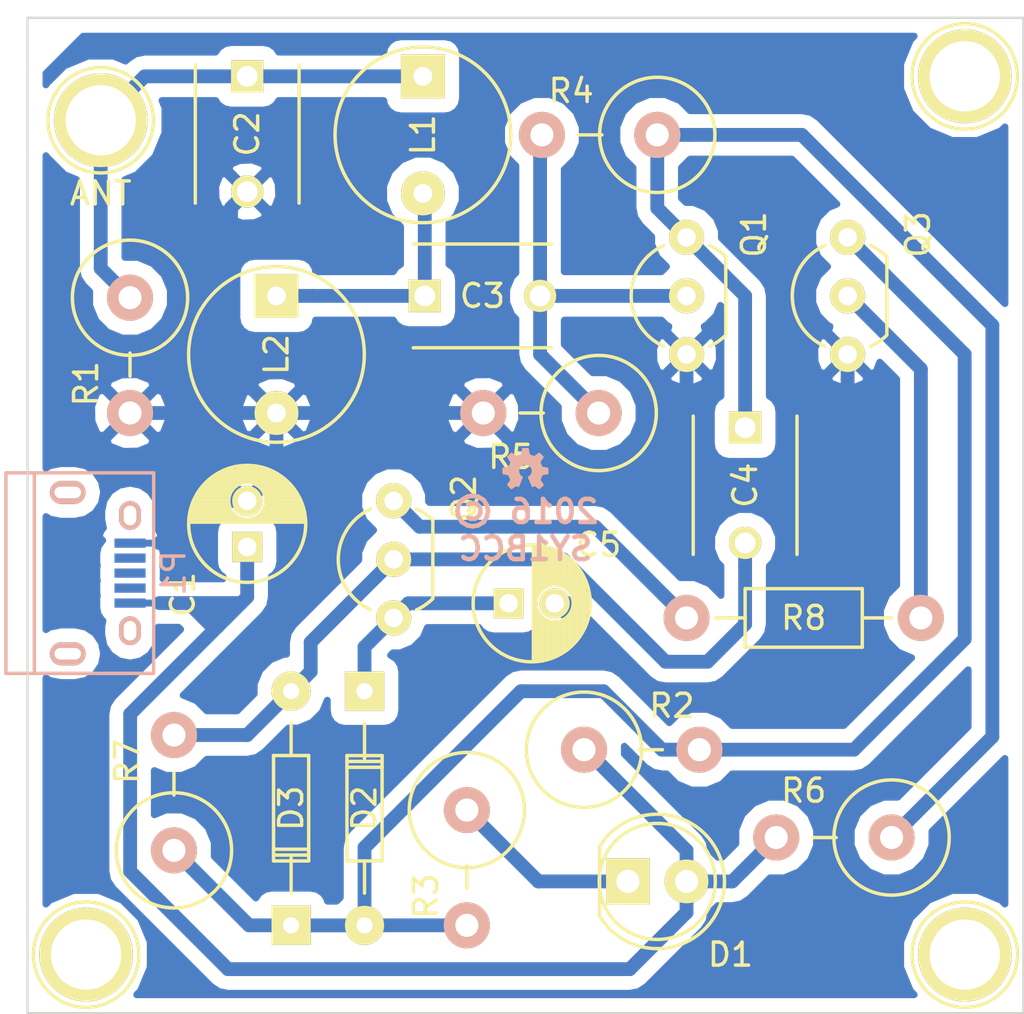
<source format=kicad_pcb>
(kicad_pcb (version 4) (host pcbnew 4.0.1-2.fc23-product)

  (general
    (links 39)
    (no_connects 3)
    (area 128.219999 74.879999 171.500001 118.160001)
    (thickness 1.6)
    (drawings 5)
    (tracks 121)
    (zones 0)
    (modules 27)
    (nets 17)
  )

  (page A4)
  (layers
    (0 F.Cu signal)
    (31 B.Cu signal)
    (32 B.Adhes user)
    (33 F.Adhes user)
    (34 B.Paste user)
    (35 F.Paste user)
    (36 B.SilkS user)
    (37 F.SilkS user)
    (38 B.Mask user)
    (39 F.Mask user)
    (40 Dwgs.User user)
    (41 Cmts.User user)
    (42 Eco1.User user)
    (43 Eco2.User user)
    (44 Edge.Cuts user)
    (45 Margin user)
    (46 B.CrtYd user)
    (47 F.CrtYd user)
    (48 B.Fab user hide)
    (49 F.Fab user hide)
  )

  (setup
    (last_trace_width 0.6)
    (user_trace_width 0.4)
    (user_trace_width 0.6)
    (user_trace_width 0.8)
    (user_trace_width 1)
    (trace_clearance 0.3)
    (zone_clearance 0.6)
    (zone_45_only yes)
    (trace_min 0.3)
    (segment_width 0.2)
    (edge_width 0.1)
    (via_size 0.6)
    (via_drill 0.4)
    (via_min_size 0.4)
    (via_min_drill 0.3)
    (uvia_size 0.3)
    (uvia_drill 0.1)
    (uvias_allowed no)
    (uvia_min_size 0.2)
    (uvia_min_drill 0.1)
    (pcb_text_width 0.3)
    (pcb_text_size 1.5 1.5)
    (mod_edge_width 0.15)
    (mod_text_size 1 1)
    (mod_text_width 0.15)
    (pad_size 1.5 1.5)
    (pad_drill 0.6)
    (pad_to_mask_clearance 0)
    (aux_axis_origin 0 0)
    (visible_elements FFFFF77F)
    (pcbplotparams
      (layerselection 0x00030_80000001)
      (usegerberextensions false)
      (excludeedgelayer true)
      (linewidth 0.100000)
      (plotframeref false)
      (viasonmask false)
      (mode 1)
      (useauxorigin false)
      (hpglpennumber 1)
      (hpglpenspeed 20)
      (hpglpendiameter 15)
      (hpglpenoverlay 2)
      (psnegative false)
      (psa4output false)
      (plotreference true)
      (plotvalue true)
      (plotinvisibletext false)
      (padsonsilk false)
      (subtractmaskfromsilk false)
      (outputformat 1)
      (mirror false)
      (drillshape 1)
      (scaleselection 1)
      (outputdirectory ""))
  )

  (net 0 "")
  (net 1 VCC)
  (net 2 GND)
  (net 3 "Net-(C2-Pad1)")
  (net 4 "Net-(C3-Pad1)")
  (net 5 "Net-(C3-Pad2)")
  (net 6 "Net-(C4-Pad1)")
  (net 7 "Net-(C4-Pad2)")
  (net 8 "Net-(C5-Pad1)")
  (net 9 "Net-(D1-Pad1)")
  (net 10 PLS)
  (net 11 "Net-(P1-Pad2)")
  (net 12 "Net-(P1-Pad3)")
  (net 13 "Net-(P1-Pad4)")
  (net 14 "Net-(P1-Pad6)")
  (net 15 "Net-(Q2-Pad3)")
  (net 16 "Net-(Q3-Pad2)")

  (net_class Default "This is the default net class."
    (clearance 0.3)
    (trace_width 0.3)
    (via_dia 0.6)
    (via_drill 0.4)
    (uvia_dia 0.3)
    (uvia_drill 0.1)
    (add_net GND)
    (add_net "Net-(C2-Pad1)")
    (add_net "Net-(C3-Pad1)")
    (add_net "Net-(C3-Pad2)")
    (add_net "Net-(C4-Pad1)")
    (add_net "Net-(C4-Pad2)")
    (add_net "Net-(C5-Pad1)")
    (add_net "Net-(D1-Pad1)")
    (add_net "Net-(P1-Pad2)")
    (add_net "Net-(P1-Pad3)")
    (add_net "Net-(P1-Pad4)")
    (add_net "Net-(P1-Pad6)")
    (add_net "Net-(Q2-Pad3)")
    (add_net "Net-(Q3-Pad2)")
    (add_net PLS)
    (add_net VCC)
  )

  (module Resistors_ThroughHole:Resistor_Vertical_RM5mm (layer F.Cu) (tedit 0) (tstamp 56880930)
    (at 154.89936 106.68)
    (descr "Resistor, Vertical, RM 5mm, 1/3W,")
    (tags "Resistor, Vertical, RM 5mm, 1/3W,")
    (path /567126A6)
    (fp_text reference R2 (at 1.31064 -1.905) (layer F.SilkS)
      (effects (font (size 1 1) (thickness 0.15)))
    )
    (fp_text value 1K (at 0 4.50088) (layer F.Fab)
      (effects (font (size 1 1) (thickness 0.15)))
    )
    (fp_line (start -0.09906 0) (end 0.9017 0) (layer F.SilkS) (width 0.15))
    (fp_circle (center -2.49936 0) (end 0 0) (layer F.SilkS) (width 0.15))
    (pad 1 thru_hole circle (at -2.49936 0) (size 1.99898 1.99898) (drill 1.00076) (layers *.Cu *.SilkS *.Mask)
      (net 1 VCC))
    (pad 2 thru_hole circle (at 2.5019 0) (size 1.99898 1.99898) (drill 1.00076) (layers *.Cu *.SilkS *.Mask)
      (net 10 PLS))
  )

  (module Capacitors_ThroughHole:C_Radial_D5_L11_P2 (layer F.Cu) (tedit 0) (tstamp 56880851)
    (at 137.795 97.885 90)
    (descr "Radial Electrolytic Capacitor 5mm x Length 11mm, Pitch 2mm")
    (tags "Electrolytic Capacitor")
    (path /56586337)
    (fp_text reference C1 (at -2.064 -2.794 90) (layer F.SilkS)
      (effects (font (size 1 1) (thickness 0.15)))
    )
    (fp_text value 100u (at 1 3.8 90) (layer F.Fab)
      (effects (font (size 1 1) (thickness 0.15)))
    )
    (fp_line (start 1.075 -2.499) (end 1.075 2.499) (layer F.SilkS) (width 0.15))
    (fp_line (start 1.215 -2.491) (end 1.215 -0.154) (layer F.SilkS) (width 0.15))
    (fp_line (start 1.215 0.154) (end 1.215 2.491) (layer F.SilkS) (width 0.15))
    (fp_line (start 1.355 -2.475) (end 1.355 -0.473) (layer F.SilkS) (width 0.15))
    (fp_line (start 1.355 0.473) (end 1.355 2.475) (layer F.SilkS) (width 0.15))
    (fp_line (start 1.495 -2.451) (end 1.495 -0.62) (layer F.SilkS) (width 0.15))
    (fp_line (start 1.495 0.62) (end 1.495 2.451) (layer F.SilkS) (width 0.15))
    (fp_line (start 1.635 -2.418) (end 1.635 -0.712) (layer F.SilkS) (width 0.15))
    (fp_line (start 1.635 0.712) (end 1.635 2.418) (layer F.SilkS) (width 0.15))
    (fp_line (start 1.775 -2.377) (end 1.775 -0.768) (layer F.SilkS) (width 0.15))
    (fp_line (start 1.775 0.768) (end 1.775 2.377) (layer F.SilkS) (width 0.15))
    (fp_line (start 1.915 -2.327) (end 1.915 -0.795) (layer F.SilkS) (width 0.15))
    (fp_line (start 1.915 0.795) (end 1.915 2.327) (layer F.SilkS) (width 0.15))
    (fp_line (start 2.055 -2.266) (end 2.055 -0.798) (layer F.SilkS) (width 0.15))
    (fp_line (start 2.055 0.798) (end 2.055 2.266) (layer F.SilkS) (width 0.15))
    (fp_line (start 2.195 -2.196) (end 2.195 -0.776) (layer F.SilkS) (width 0.15))
    (fp_line (start 2.195 0.776) (end 2.195 2.196) (layer F.SilkS) (width 0.15))
    (fp_line (start 2.335 -2.114) (end 2.335 -0.726) (layer F.SilkS) (width 0.15))
    (fp_line (start 2.335 0.726) (end 2.335 2.114) (layer F.SilkS) (width 0.15))
    (fp_line (start 2.475 -2.019) (end 2.475 -0.644) (layer F.SilkS) (width 0.15))
    (fp_line (start 2.475 0.644) (end 2.475 2.019) (layer F.SilkS) (width 0.15))
    (fp_line (start 2.615 -1.908) (end 2.615 -0.512) (layer F.SilkS) (width 0.15))
    (fp_line (start 2.615 0.512) (end 2.615 1.908) (layer F.SilkS) (width 0.15))
    (fp_line (start 2.755 -1.78) (end 2.755 -0.265) (layer F.SilkS) (width 0.15))
    (fp_line (start 2.755 0.265) (end 2.755 1.78) (layer F.SilkS) (width 0.15))
    (fp_line (start 2.895 -1.631) (end 2.895 1.631) (layer F.SilkS) (width 0.15))
    (fp_line (start 3.035 -1.452) (end 3.035 1.452) (layer F.SilkS) (width 0.15))
    (fp_line (start 3.175 -1.233) (end 3.175 1.233) (layer F.SilkS) (width 0.15))
    (fp_line (start 3.315 -0.944) (end 3.315 0.944) (layer F.SilkS) (width 0.15))
    (fp_line (start 3.455 -0.472) (end 3.455 0.472) (layer F.SilkS) (width 0.15))
    (fp_circle (center 2 0) (end 2 -0.8) (layer F.SilkS) (width 0.15))
    (fp_circle (center 1 0) (end 1 -2.5375) (layer F.SilkS) (width 0.15))
    (fp_circle (center 1 0) (end 1 -2.8) (layer F.CrtYd) (width 0.05))
    (pad 1 thru_hole rect (at 0 0 90) (size 1.3 1.3) (drill 0.8) (layers *.Cu *.Mask F.SilkS)
      (net 1 VCC))
    (pad 2 thru_hole circle (at 2 0 90) (size 1.3 1.3) (drill 0.8) (layers *.Cu *.Mask F.SilkS)
      (net 2 GND))
    (model Capacitors_ThroughHole.3dshapes/C_Radial_D5_L11_P2.wrl
      (at (xyz 0 0 0))
      (scale (xyz 1 1 1))
      (rotate (xyz 0 0 0))
    )
  )

  (module Capacitors_ThroughHole:C_Disc_D6_P5 (layer F.Cu) (tedit 0) (tstamp 5688085D)
    (at 137.795 77.47 270)
    (descr "Capacitor 6mm Disc, Pitch 5mm")
    (tags Capacitor)
    (path /56887664)
    (fp_text reference C2 (at 2.5 0 270) (layer F.SilkS)
      (effects (font (size 1 1) (thickness 0.15)))
    )
    (fp_text value 10p (at 2.5 3.5 270) (layer F.Fab)
      (effects (font (size 1 1) (thickness 0.15)))
    )
    (fp_line (start -0.95 -2.5) (end 5.95 -2.5) (layer F.CrtYd) (width 0.05))
    (fp_line (start 5.95 -2.5) (end 5.95 2.5) (layer F.CrtYd) (width 0.05))
    (fp_line (start 5.95 2.5) (end -0.95 2.5) (layer F.CrtYd) (width 0.05))
    (fp_line (start -0.95 2.5) (end -0.95 -2.5) (layer F.CrtYd) (width 0.05))
    (fp_line (start -0.5 -2.25) (end 5.5 -2.25) (layer F.SilkS) (width 0.15))
    (fp_line (start 5.5 2.25) (end -0.5 2.25) (layer F.SilkS) (width 0.15))
    (pad 1 thru_hole rect (at 0 0 270) (size 1.4 1.4) (drill 0.9) (layers *.Cu *.Mask F.SilkS)
      (net 3 "Net-(C2-Pad1)"))
    (pad 2 thru_hole circle (at 5 0 270) (size 1.4 1.4) (drill 0.9) (layers *.Cu *.Mask F.SilkS)
      (net 2 GND))
    (model Capacitors_ThroughHole.3dshapes/C_Disc_D6_P5.wrl
      (at (xyz 0.0984252 0 0))
      (scale (xyz 1 1 1))
      (rotate (xyz 0 0 0))
    )
  )

  (module Capacitors_ThroughHole:C_Disc_D6_P5 (layer F.Cu) (tedit 0) (tstamp 56880869)
    (at 145.495 86.995)
    (descr "Capacitor 6mm Disc, Pitch 5mm")
    (tags Capacitor)
    (path /568876CD)
    (fp_text reference C3 (at 2.5 0) (layer F.SilkS)
      (effects (font (size 1 1) (thickness 0.15)))
    )
    (fp_text value 0.001u (at 2.5 3.5) (layer F.Fab)
      (effects (font (size 1 1) (thickness 0.15)))
    )
    (fp_line (start -0.95 -2.5) (end 5.95 -2.5) (layer F.CrtYd) (width 0.05))
    (fp_line (start 5.95 -2.5) (end 5.95 2.5) (layer F.CrtYd) (width 0.05))
    (fp_line (start 5.95 2.5) (end -0.95 2.5) (layer F.CrtYd) (width 0.05))
    (fp_line (start -0.95 2.5) (end -0.95 -2.5) (layer F.CrtYd) (width 0.05))
    (fp_line (start -0.5 -2.25) (end 5.5 -2.25) (layer F.SilkS) (width 0.15))
    (fp_line (start 5.5 2.25) (end -0.5 2.25) (layer F.SilkS) (width 0.15))
    (pad 1 thru_hole rect (at 0 0) (size 1.4 1.4) (drill 0.9) (layers *.Cu *.Mask F.SilkS)
      (net 4 "Net-(C3-Pad1)"))
    (pad 2 thru_hole circle (at 5 0) (size 1.4 1.4) (drill 0.9) (layers *.Cu *.Mask F.SilkS)
      (net 5 "Net-(C3-Pad2)"))
    (model Capacitors_ThroughHole.3dshapes/C_Disc_D6_P5.wrl
      (at (xyz 0.0984252 0 0))
      (scale (xyz 1 1 1))
      (rotate (xyz 0 0 0))
    )
  )

  (module Capacitors_ThroughHole:C_Disc_D6_P5 (layer F.Cu) (tedit 0) (tstamp 56880875)
    (at 159.385 92.71 270)
    (descr "Capacitor 6mm Disc, Pitch 5mm")
    (tags Capacitor)
    (path /56888910)
    (fp_text reference C4 (at 2.5 0 270) (layer F.SilkS)
      (effects (font (size 1 1) (thickness 0.15)))
    )
    (fp_text value 120p (at 2.5 3.5 270) (layer F.Fab)
      (effects (font (size 1 1) (thickness 0.15)))
    )
    (fp_line (start -0.95 -2.5) (end 5.95 -2.5) (layer F.CrtYd) (width 0.05))
    (fp_line (start 5.95 -2.5) (end 5.95 2.5) (layer F.CrtYd) (width 0.05))
    (fp_line (start 5.95 2.5) (end -0.95 2.5) (layer F.CrtYd) (width 0.05))
    (fp_line (start -0.95 2.5) (end -0.95 -2.5) (layer F.CrtYd) (width 0.05))
    (fp_line (start -0.5 -2.25) (end 5.5 -2.25) (layer F.SilkS) (width 0.15))
    (fp_line (start 5.5 2.25) (end -0.5 2.25) (layer F.SilkS) (width 0.15))
    (pad 1 thru_hole rect (at 0 0 270) (size 1.4 1.4) (drill 0.9) (layers *.Cu *.Mask F.SilkS)
      (net 6 "Net-(C4-Pad1)"))
    (pad 2 thru_hole circle (at 5 0 270) (size 1.4 1.4) (drill 0.9) (layers *.Cu *.Mask F.SilkS)
      (net 7 "Net-(C4-Pad2)"))
    (model Capacitors_ThroughHole.3dshapes/C_Disc_D6_P5.wrl
      (at (xyz 0.0984252 0 0))
      (scale (xyz 1 1 1))
      (rotate (xyz 0 0 0))
    )
  )

  (module Capacitors_ThroughHole:C_Radial_D5_L11_P2 (layer F.Cu) (tedit 0) (tstamp 5688089C)
    (at 149.13 100.33)
    (descr "Radial Electrolytic Capacitor 5mm x Length 11mm, Pitch 2mm")
    (tags "Electrolytic Capacitor")
    (path /56583680)
    (fp_text reference C5 (at 3.905 -2.54) (layer F.SilkS)
      (effects (font (size 1 1) (thickness 0.15)))
    )
    (fp_text value 10u (at 1 3.8) (layer F.Fab)
      (effects (font (size 1 1) (thickness 0.15)))
    )
    (fp_line (start 1.075 -2.499) (end 1.075 2.499) (layer F.SilkS) (width 0.15))
    (fp_line (start 1.215 -2.491) (end 1.215 -0.154) (layer F.SilkS) (width 0.15))
    (fp_line (start 1.215 0.154) (end 1.215 2.491) (layer F.SilkS) (width 0.15))
    (fp_line (start 1.355 -2.475) (end 1.355 -0.473) (layer F.SilkS) (width 0.15))
    (fp_line (start 1.355 0.473) (end 1.355 2.475) (layer F.SilkS) (width 0.15))
    (fp_line (start 1.495 -2.451) (end 1.495 -0.62) (layer F.SilkS) (width 0.15))
    (fp_line (start 1.495 0.62) (end 1.495 2.451) (layer F.SilkS) (width 0.15))
    (fp_line (start 1.635 -2.418) (end 1.635 -0.712) (layer F.SilkS) (width 0.15))
    (fp_line (start 1.635 0.712) (end 1.635 2.418) (layer F.SilkS) (width 0.15))
    (fp_line (start 1.775 -2.377) (end 1.775 -0.768) (layer F.SilkS) (width 0.15))
    (fp_line (start 1.775 0.768) (end 1.775 2.377) (layer F.SilkS) (width 0.15))
    (fp_line (start 1.915 -2.327) (end 1.915 -0.795) (layer F.SilkS) (width 0.15))
    (fp_line (start 1.915 0.795) (end 1.915 2.327) (layer F.SilkS) (width 0.15))
    (fp_line (start 2.055 -2.266) (end 2.055 -0.798) (layer F.SilkS) (width 0.15))
    (fp_line (start 2.055 0.798) (end 2.055 2.266) (layer F.SilkS) (width 0.15))
    (fp_line (start 2.195 -2.196) (end 2.195 -0.776) (layer F.SilkS) (width 0.15))
    (fp_line (start 2.195 0.776) (end 2.195 2.196) (layer F.SilkS) (width 0.15))
    (fp_line (start 2.335 -2.114) (end 2.335 -0.726) (layer F.SilkS) (width 0.15))
    (fp_line (start 2.335 0.726) (end 2.335 2.114) (layer F.SilkS) (width 0.15))
    (fp_line (start 2.475 -2.019) (end 2.475 -0.644) (layer F.SilkS) (width 0.15))
    (fp_line (start 2.475 0.644) (end 2.475 2.019) (layer F.SilkS) (width 0.15))
    (fp_line (start 2.615 -1.908) (end 2.615 -0.512) (layer F.SilkS) (width 0.15))
    (fp_line (start 2.615 0.512) (end 2.615 1.908) (layer F.SilkS) (width 0.15))
    (fp_line (start 2.755 -1.78) (end 2.755 -0.265) (layer F.SilkS) (width 0.15))
    (fp_line (start 2.755 0.265) (end 2.755 1.78) (layer F.SilkS) (width 0.15))
    (fp_line (start 2.895 -1.631) (end 2.895 1.631) (layer F.SilkS) (width 0.15))
    (fp_line (start 3.035 -1.452) (end 3.035 1.452) (layer F.SilkS) (width 0.15))
    (fp_line (start 3.175 -1.233) (end 3.175 1.233) (layer F.SilkS) (width 0.15))
    (fp_line (start 3.315 -0.944) (end 3.315 0.944) (layer F.SilkS) (width 0.15))
    (fp_line (start 3.455 -0.472) (end 3.455 0.472) (layer F.SilkS) (width 0.15))
    (fp_circle (center 2 0) (end 2 -0.8) (layer F.SilkS) (width 0.15))
    (fp_circle (center 1 0) (end 1 -2.5375) (layer F.SilkS) (width 0.15))
    (fp_circle (center 1 0) (end 1 -2.8) (layer F.CrtYd) (width 0.05))
    (pad 1 thru_hole rect (at 0 0) (size 1.3 1.3) (drill 0.8) (layers *.Cu *.Mask F.SilkS)
      (net 8 "Net-(C5-Pad1)"))
    (pad 2 thru_hole circle (at 2 0) (size 1.3 1.3) (drill 0.8) (layers *.Cu *.Mask F.SilkS)
      (net 2 GND))
    (model Capacitors_ThroughHole.3dshapes/C_Radial_D5_L11_P2.wrl
      (at (xyz 0 0 0))
      (scale (xyz 1 1 1))
      (rotate (xyz 0 0 0))
    )
  )

  (module LEDs:LED-5MM (layer F.Cu) (tedit 56891C55) (tstamp 568808A8)
    (at 154.305 112.395)
    (descr "LED 5mm round vertical")
    (tags "LED 5mm round vertical")
    (path /56712064)
    (fp_text reference D1 (at 4.445 3.175) (layer F.SilkS)
      (effects (font (size 1 1) (thickness 0.15)))
    )
    (fp_text value LED (at 1.524 -3.937) (layer F.Fab)
      (effects (font (size 1 1) (thickness 0.15)))
    )
    (fp_line (start -1.5 -1.55) (end -1.5 1.55) (layer F.CrtYd) (width 0.05))
    (fp_arc (start 1.3 0) (end -1.5 1.55) (angle -302) (layer F.CrtYd) (width 0.05))
    (fp_arc (start 1.27 0) (end -1.23 -1.5) (angle 297.5) (layer F.SilkS) (width 0.15))
    (fp_line (start -1.23 1.5) (end -1.23 -1.5) (layer F.SilkS) (width 0.15))
    (fp_circle (center 1.27 0) (end 0.97 -2.5) (layer F.SilkS) (width 0.15))
    (fp_text user K (at -2.54 1.905) (layer F.SilkS) hide
      (effects (font (size 1 1) (thickness 0.15)))
    )
    (pad 1 thru_hole rect (at 0 0 90) (size 2 1.9) (drill 1.00076) (layers *.Cu *.Mask F.SilkS)
      (net 9 "Net-(D1-Pad1)"))
    (pad 2 thru_hole circle (at 2.54 0) (size 1.9 1.9) (drill 1.00076) (layers *.Cu *.Mask F.SilkS)
      (net 1 VCC))
    (model LEDs.3dshapes/LED-5MM.wrl
      (at (xyz 0.05 0 0))
      (scale (xyz 1 1 1))
      (rotate (xyz 0 0 90))
    )
  )

  (module Diodes_ThroughHole:Diode_DO-35_SOD27_Horizontal_RM10 (layer F.Cu) (tedit 552FFC30) (tstamp 568808B7)
    (at 139.70254 114.30052 90)
    (descr "Diode, DO-35,  SOD27, Horizontal, RM 10mm")
    (tags "Diode, DO-35, SOD27, Horizontal, RM 10mm, 1N4148,")
    (path /56583926)
    (fp_text reference D2 (at 5.08052 3.17246 90) (layer F.SilkS)
      (effects (font (size 1 1) (thickness 0.15)))
    )
    (fp_text value 1N914 (at 4.41452 -3.55854 90) (layer F.Fab)
      (effects (font (size 1 1) (thickness 0.15)))
    )
    (fp_line (start 7.36652 -0.00254) (end 8.76352 -0.00254) (layer F.SilkS) (width 0.15))
    (fp_line (start 2.92152 -0.00254) (end 1.39752 -0.00254) (layer F.SilkS) (width 0.15))
    (fp_line (start 3.30252 -0.76454) (end 3.30252 0.75946) (layer F.SilkS) (width 0.15))
    (fp_line (start 3.04852 -0.76454) (end 3.04852 0.75946) (layer F.SilkS) (width 0.15))
    (fp_line (start 2.79452 -0.00254) (end 2.79452 0.75946) (layer F.SilkS) (width 0.15))
    (fp_line (start 2.79452 0.75946) (end 7.36652 0.75946) (layer F.SilkS) (width 0.15))
    (fp_line (start 7.36652 0.75946) (end 7.36652 -0.76454) (layer F.SilkS) (width 0.15))
    (fp_line (start 7.36652 -0.76454) (end 2.79452 -0.76454) (layer F.SilkS) (width 0.15))
    (fp_line (start 2.79452 -0.76454) (end 2.79452 -0.00254) (layer F.SilkS) (width 0.15))
    (pad 2 thru_hole circle (at 10.16052 -0.00254 270) (size 1.69926 1.69926) (drill 0.70104) (layers *.Cu *.Mask F.SilkS)
      (net 7 "Net-(C4-Pad2)"))
    (pad 1 thru_hole rect (at 0.00052 -0.00254 270) (size 1.69926 1.69926) (drill 0.70104) (layers *.Cu *.Mask F.SilkS)
      (net 10 PLS))
    (model Diodes_ThroughHole.3dshapes/Diode_DO-35_SOD27_Horizontal_RM10.wrl
      (at (xyz 0.2 0 0))
      (scale (xyz 0.4 0.4 0.4))
      (rotate (xyz 0 0 180))
    )
  )

  (module Diodes_ThroughHole:Diode_DO-35_SOD27_Horizontal_RM10 (layer F.Cu) (tedit 552FFC30) (tstamp 568808C6)
    (at 142.88008 104.14104 270)
    (descr "Diode, DO-35,  SOD27, Horizontal, RM 10mm")
    (tags "Diode, DO-35, SOD27, Horizontal, RM 10mm, 1N4148,")
    (path /5658386C)
    (fp_text reference D3 (at 5.07896 3.18008 270) (layer F.SilkS)
      (effects (font (size 1 1) (thickness 0.15)))
    )
    (fp_text value 1N914 (at 4.41452 -3.55854 270) (layer F.Fab)
      (effects (font (size 1 1) (thickness 0.15)))
    )
    (fp_line (start 7.36652 -0.00254) (end 8.76352 -0.00254) (layer F.SilkS) (width 0.15))
    (fp_line (start 2.92152 -0.00254) (end 1.39752 -0.00254) (layer F.SilkS) (width 0.15))
    (fp_line (start 3.30252 -0.76454) (end 3.30252 0.75946) (layer F.SilkS) (width 0.15))
    (fp_line (start 3.04852 -0.76454) (end 3.04852 0.75946) (layer F.SilkS) (width 0.15))
    (fp_line (start 2.79452 -0.00254) (end 2.79452 0.75946) (layer F.SilkS) (width 0.15))
    (fp_line (start 2.79452 0.75946) (end 7.36652 0.75946) (layer F.SilkS) (width 0.15))
    (fp_line (start 7.36652 0.75946) (end 7.36652 -0.76454) (layer F.SilkS) (width 0.15))
    (fp_line (start 7.36652 -0.76454) (end 2.79452 -0.76454) (layer F.SilkS) (width 0.15))
    (fp_line (start 2.79452 -0.76454) (end 2.79452 -0.00254) (layer F.SilkS) (width 0.15))
    (pad 2 thru_hole circle (at 10.16052 -0.00254 90) (size 1.69926 1.69926) (drill 0.70104) (layers *.Cu *.Mask F.SilkS)
      (net 10 PLS))
    (pad 1 thru_hole rect (at 0.00052 -0.00254 90) (size 1.69926 1.69926) (drill 0.70104) (layers *.Cu *.Mask F.SilkS)
      (net 8 "Net-(C5-Pad1)"))
    (model Diodes_ThroughHole.3dshapes/Diode_DO-35_SOD27_Horizontal_RM10.wrl
      (at (xyz 0.2 0 0))
      (scale (xyz 0.4 0.4 0.4))
      (rotate (xyz 0 0 180))
    )
  )

  (module Inductors:INDUCTOR_V (layer F.Cu) (tedit 0) (tstamp 568808CD)
    (at 145.415 80.01 270)
    (descr "Inductor (vertical)")
    (tags INDUCTOR)
    (path /56581B23)
    (fp_text reference L1 (at 0 0 270) (layer F.SilkS)
      (effects (font (size 1 1) (thickness 0.15)))
    )
    (fp_text value 10mH (at 0.09906 -1.99898 270) (layer F.Fab)
      (effects (font (size 1 1) (thickness 0.15)))
    )
    (fp_circle (center 0 0) (end 3.81 0) (layer F.SilkS) (width 0.15))
    (pad 1 thru_hole rect (at -2.54 0 270) (size 1.905 1.905) (drill 0.8128) (layers *.Cu *.Mask F.SilkS)
      (net 3 "Net-(C2-Pad1)"))
    (pad 2 thru_hole circle (at 2.54 0 270) (size 1.905 1.905) (drill 0.8128) (layers *.Cu *.Mask F.SilkS)
      (net 4 "Net-(C3-Pad1)"))
    (model Inductors.3dshapes/INDUCTOR_V.wrl
      (at (xyz 0 0 0))
      (scale (xyz 2 2 2))
      (rotate (xyz 0 0 0))
    )
  )

  (module Inductors:INDUCTOR_V (layer F.Cu) (tedit 0) (tstamp 568808D4)
    (at 139.065 89.535 270)
    (descr "Inductor (vertical)")
    (tags INDUCTOR)
    (path /56581BA2)
    (fp_text reference L2 (at 0 0 270) (layer F.SilkS)
      (effects (font (size 1 1) (thickness 0.15)))
    )
    (fp_text value 1mH (at 0.09906 -1.99898 270) (layer F.Fab)
      (effects (font (size 1 1) (thickness 0.15)))
    )
    (fp_circle (center 0 0) (end 3.81 0) (layer F.SilkS) (width 0.15))
    (pad 1 thru_hole rect (at -2.54 0 270) (size 1.905 1.905) (drill 0.8128) (layers *.Cu *.Mask F.SilkS)
      (net 4 "Net-(C3-Pad1)"))
    (pad 2 thru_hole circle (at 2.54 0 270) (size 1.905 1.905) (drill 0.8128) (layers *.Cu *.Mask F.SilkS)
      (net 2 GND))
    (model Inductors.3dshapes/INDUCTOR_V.wrl
      (at (xyz 0 0 0))
      (scale (xyz 2 2 2))
      (rotate (xyz 0 0 0))
    )
  )

  (module Connect:USB_Micro-B (layer B.Cu) (tedit 5543E447) (tstamp 568808EA)
    (at 131.15246 99.0191 90)
    (descr "Micro USB Type B Receptacle")
    (tags "USB USB_B USB_micro USB_OTG")
    (path /56881956)
    (attr smd)
    (fp_text reference P1 (at 0 3.45 90) (layer B.SilkS)
      (effects (font (size 1 1) (thickness 0.15)) (justify mirror))
    )
    (fp_text value USB_OTG (at 0 -4.8 90) (layer B.Fab)
      (effects (font (size 1 1) (thickness 0.15)) (justify mirror))
    )
    (fp_line (start -4.6 2.8) (end 4.6 2.8) (layer B.CrtYd) (width 0.05))
    (fp_line (start 4.6 2.8) (end 4.6 -4.05) (layer B.CrtYd) (width 0.05))
    (fp_line (start 4.6 -4.05) (end -4.6 -4.05) (layer B.CrtYd) (width 0.05))
    (fp_line (start -4.6 -4.05) (end -4.6 2.8) (layer B.CrtYd) (width 0.05))
    (fp_line (start -4.3509 -3.81746) (end 4.3491 -3.81746) (layer B.SilkS) (width 0.15))
    (fp_line (start -4.3509 2.58754) (end 4.3491 2.58754) (layer B.SilkS) (width 0.15))
    (fp_line (start 4.3491 2.58754) (end 4.3491 -3.81746) (layer B.SilkS) (width 0.15))
    (fp_line (start 4.3491 -2.58746) (end -4.3509 -2.58746) (layer B.SilkS) (width 0.15))
    (fp_line (start -4.3509 -3.81746) (end -4.3509 2.58754) (layer B.SilkS) (width 0.15))
    (pad 1 smd rect (at -1.3009 1.56254) (size 1.35 0.4) (layers B.Cu B.Paste B.Mask)
      (net 1 VCC))
    (pad 2 smd rect (at -0.6509 1.56254) (size 1.35 0.4) (layers B.Cu B.Paste B.Mask)
      (net 11 "Net-(P1-Pad2)"))
    (pad 3 smd rect (at -0.0009 1.56254) (size 1.35 0.4) (layers B.Cu B.Paste B.Mask)
      (net 12 "Net-(P1-Pad3)"))
    (pad 4 smd rect (at 0.6491 1.56254) (size 1.35 0.4) (layers B.Cu B.Paste B.Mask)
      (net 13 "Net-(P1-Pad4)"))
    (pad 5 smd rect (at 1.2991 1.56254) (size 1.35 0.4) (layers B.Cu B.Paste B.Mask)
      (net 2 GND))
    (pad 6 thru_hole oval (at -2.5009 1.56254) (size 0.95 1.25) (drill oval 0.55 0.85) (layers *.Cu *.Mask B.SilkS)
      (net 14 "Net-(P1-Pad6)"))
    (pad 6 thru_hole oval (at 2.4991 1.56254) (size 0.95 1.25) (drill oval 0.55 0.85) (layers *.Cu *.Mask B.SilkS)
      (net 14 "Net-(P1-Pad6)"))
    (pad 6 thru_hole oval (at -3.5009 -1.13746) (size 1.55 1) (drill oval 1.15 0.5) (layers *.Cu *.Mask B.SilkS)
      (net 14 "Net-(P1-Pad6)"))
    (pad 6 thru_hole oval (at 3.4991 -1.13746) (size 1.55 1) (drill oval 1.15 0.5) (layers *.Cu *.Mask B.SilkS)
      (net 14 "Net-(P1-Pad6)"))
  )

  (module Connect:1pin (layer F.Cu) (tedit 56881C6D) (tstamp 568808F0)
    (at 131.445 79.375)
    (descr "module 1 pin (ou trou mecanique de percage)")
    (tags DEV)
    (path /56889FA7)
    (fp_text reference ANT (at 0 3.175) (layer F.SilkS)
      (effects (font (size 1 1) (thickness 0.15)))
    )
    (fp_text value CONN_01X01 (at 0 2.794) (layer F.Fab)
      (effects (font (size 1 1) (thickness 0.15)))
    )
    (fp_circle (center 0 0) (end 0 -2.286) (layer F.SilkS) (width 0.15))
    (pad 1 thru_hole circle (at 0 0) (size 4.064 4.064) (drill 3.048) (layers *.Cu *.Mask F.SilkS)
      (net 3 "Net-(C2-Pad1)"))
  )

  (module TO_SOT_Packages_THT:TO-92_Inline_Wide (layer F.Cu) (tedit 54F242B4) (tstamp 56880900)
    (at 156.845 89.535 90)
    (descr "TO-92 leads in-line, wide, drill 0.8mm (see NXP sot054_po.pdf)")
    (tags "to-92 sc-43 sc-43a sot54 PA33 transistor")
    (path /56582343)
    (fp_text reference Q1 (at 5.207 2.921 270) (layer F.SilkS)
      (effects (font (size 1 1) (thickness 0.15)))
    )
    (fp_text value 2N4401 (at 0 3 90) (layer F.Fab)
      (effects (font (size 1 1) (thickness 0.15)))
    )
    (fp_arc (start 2.54 0) (end 0.84 1.7) (angle 20.5) (layer F.SilkS) (width 0.15))
    (fp_arc (start 2.54 0) (end 4.24 1.7) (angle -20.5) (layer F.SilkS) (width 0.15))
    (fp_line (start -1 1.95) (end -1 -2.65) (layer F.CrtYd) (width 0.05))
    (fp_line (start -1 1.95) (end 6.1 1.95) (layer F.CrtYd) (width 0.05))
    (fp_line (start 0.84 1.7) (end 4.24 1.7) (layer F.SilkS) (width 0.15))
    (fp_arc (start 2.54 0) (end 2.54 -2.4) (angle -65.55604127) (layer F.SilkS) (width 0.15))
    (fp_arc (start 2.54 0) (end 2.54 -2.4) (angle 65.55604127) (layer F.SilkS) (width 0.15))
    (fp_line (start -1 -2.65) (end 6.1 -2.65) (layer F.CrtYd) (width 0.05))
    (fp_line (start 6.1 1.95) (end 6.1 -2.65) (layer F.CrtYd) (width 0.05))
    (pad 2 thru_hole circle (at 2.54 0 180) (size 1.524 1.524) (drill 0.8) (layers *.Cu *.Mask F.SilkS)
      (net 5 "Net-(C3-Pad2)"))
    (pad 3 thru_hole circle (at 5.08 0 180) (size 1.524 1.524) (drill 0.8) (layers *.Cu *.Mask F.SilkS)
      (net 6 "Net-(C4-Pad1)"))
    (pad 1 thru_hole circle (at 0 0 180) (size 1.524 1.524) (drill 0.8) (layers *.Cu *.Mask F.SilkS)
      (net 2 GND))
    (model TO_SOT_Packages_THT.3dshapes/TO-92_Inline_Wide.wrl
      (at (xyz 0.1 0 0))
      (scale (xyz 1 1 1))
      (rotate (xyz 0 0 -90))
    )
  )

  (module TO_SOT_Packages_THT:TO-92_Inline_Wide (layer F.Cu) (tedit 54F242B4) (tstamp 56880910)
    (at 144.145 100.965 90)
    (descr "TO-92 leads in-line, wide, drill 0.8mm (see NXP sot054_po.pdf)")
    (tags "to-92 sc-43 sc-43a sot54 PA33 transistor")
    (path /5658352C)
    (fp_text reference Q2 (at 5.207 3.048 270) (layer F.SilkS)
      (effects (font (size 1 1) (thickness 0.15)))
    )
    (fp_text value 2N4403 (at 0 3 90) (layer F.Fab)
      (effects (font (size 1 1) (thickness 0.15)))
    )
    (fp_arc (start 2.54 0) (end 0.84 1.7) (angle 20.5) (layer F.SilkS) (width 0.15))
    (fp_arc (start 2.54 0) (end 4.24 1.7) (angle -20.5) (layer F.SilkS) (width 0.15))
    (fp_line (start -1 1.95) (end -1 -2.65) (layer F.CrtYd) (width 0.05))
    (fp_line (start -1 1.95) (end 6.1 1.95) (layer F.CrtYd) (width 0.05))
    (fp_line (start 0.84 1.7) (end 4.24 1.7) (layer F.SilkS) (width 0.15))
    (fp_arc (start 2.54 0) (end 2.54 -2.4) (angle -65.55604127) (layer F.SilkS) (width 0.15))
    (fp_arc (start 2.54 0) (end 2.54 -2.4) (angle 65.55604127) (layer F.SilkS) (width 0.15))
    (fp_line (start -1 -2.65) (end 6.1 -2.65) (layer F.CrtYd) (width 0.05))
    (fp_line (start 6.1 1.95) (end 6.1 -2.65) (layer F.CrtYd) (width 0.05))
    (pad 2 thru_hole circle (at 2.54 0 180) (size 1.524 1.524) (drill 0.8) (layers *.Cu *.Mask F.SilkS)
      (net 7 "Net-(C4-Pad2)"))
    (pad 3 thru_hole circle (at 5.08 0 180) (size 1.524 1.524) (drill 0.8) (layers *.Cu *.Mask F.SilkS)
      (net 15 "Net-(Q2-Pad3)"))
    (pad 1 thru_hole circle (at 0 0 180) (size 1.524 1.524) (drill 0.8) (layers *.Cu *.Mask F.SilkS)
      (net 8 "Net-(C5-Pad1)"))
    (model TO_SOT_Packages_THT.3dshapes/TO-92_Inline_Wide.wrl
      (at (xyz 0.1 0 0))
      (scale (xyz 1 1 1))
      (rotate (xyz 0 0 -90))
    )
  )

  (module TO_SOT_Packages_THT:TO-92_Inline_Wide (layer F.Cu) (tedit 54F242B4) (tstamp 56880920)
    (at 163.83 89.535 90)
    (descr "TO-92 leads in-line, wide, drill 0.8mm (see NXP sot054_po.pdf)")
    (tags "to-92 sc-43 sc-43a sot54 PA33 transistor")
    (path /56584D00)
    (fp_text reference Q3 (at 5.207 3.048 270) (layer F.SilkS)
      (effects (font (size 1 1) (thickness 0.15)))
    )
    (fp_text value 2N4401 (at 0 3 90) (layer F.Fab)
      (effects (font (size 1 1) (thickness 0.15)))
    )
    (fp_arc (start 2.54 0) (end 0.84 1.7) (angle 20.5) (layer F.SilkS) (width 0.15))
    (fp_arc (start 2.54 0) (end 4.24 1.7) (angle -20.5) (layer F.SilkS) (width 0.15))
    (fp_line (start -1 1.95) (end -1 -2.65) (layer F.CrtYd) (width 0.05))
    (fp_line (start -1 1.95) (end 6.1 1.95) (layer F.CrtYd) (width 0.05))
    (fp_line (start 0.84 1.7) (end 4.24 1.7) (layer F.SilkS) (width 0.15))
    (fp_arc (start 2.54 0) (end 2.54 -2.4) (angle -65.55604127) (layer F.SilkS) (width 0.15))
    (fp_arc (start 2.54 0) (end 2.54 -2.4) (angle 65.55604127) (layer F.SilkS) (width 0.15))
    (fp_line (start -1 -2.65) (end 6.1 -2.65) (layer F.CrtYd) (width 0.05))
    (fp_line (start 6.1 1.95) (end 6.1 -2.65) (layer F.CrtYd) (width 0.05))
    (pad 2 thru_hole circle (at 2.54 0 180) (size 1.524 1.524) (drill 0.8) (layers *.Cu *.Mask F.SilkS)
      (net 16 "Net-(Q3-Pad2)"))
    (pad 3 thru_hole circle (at 5.08 0 180) (size 1.524 1.524) (drill 0.8) (layers *.Cu *.Mask F.SilkS)
      (net 10 PLS))
    (pad 1 thru_hole circle (at 0 0 180) (size 1.524 1.524) (drill 0.8) (layers *.Cu *.Mask F.SilkS)
      (net 2 GND))
    (model TO_SOT_Packages_THT.3dshapes/TO-92_Inline_Wide.wrl
      (at (xyz 0.1 0 0))
      (scale (xyz 1 1 1))
      (rotate (xyz 0 0 -90))
    )
  )

  (module Resistors_ThroughHole:Resistor_Vertical_RM5mm (layer F.Cu) (tedit 0) (tstamp 56880928)
    (at 132.715 89.5731 270)
    (descr "Resistor, Vertical, RM 5mm, 1/3W,")
    (tags "Resistor, Vertical, RM 5mm, 1/3W,")
    (path /56581650)
    (fp_text reference R1 (at 1.2319 1.905 270) (layer F.SilkS)
      (effects (font (size 1 1) (thickness 0.15)))
    )
    (fp_text value 270K (at 0 4.50088 270) (layer F.Fab)
      (effects (font (size 1 1) (thickness 0.15)))
    )
    (fp_line (start -0.09906 0) (end 0.9017 0) (layer F.SilkS) (width 0.15))
    (fp_circle (center -2.49936 0) (end 0 0) (layer F.SilkS) (width 0.15))
    (pad 1 thru_hole circle (at -2.49936 0 270) (size 1.99898 1.99898) (drill 1.00076) (layers *.Cu *.SilkS *.Mask)
      (net 3 "Net-(C2-Pad1)"))
    (pad 2 thru_hole circle (at 2.5019 0 270) (size 1.99898 1.99898) (drill 1.00076) (layers *.Cu *.SilkS *.Mask)
      (net 2 GND))
  )

  (module Resistors_ThroughHole:Resistor_Vertical_RM5mm (layer F.Cu) (tedit 0) (tstamp 56880938)
    (at 147.32 111.7981 270)
    (descr "Resistor, Vertical, RM 5mm, 1/3W,")
    (tags "Resistor, Vertical, RM 5mm, 1/3W,")
    (path /56713234)
    (fp_text reference R3 (at 1.2319 1.778 270) (layer F.SilkS)
      (effects (font (size 1 1) (thickness 0.15)))
    )
    (fp_text value 220 (at 0 4.50088 270) (layer F.Fab)
      (effects (font (size 1 1) (thickness 0.15)))
    )
    (fp_line (start -0.09906 0) (end 0.9017 0) (layer F.SilkS) (width 0.15))
    (fp_circle (center -2.49936 0) (end 0 0) (layer F.SilkS) (width 0.15))
    (pad 1 thru_hole circle (at -2.49936 0 270) (size 1.99898 1.99898) (drill 1.00076) (layers *.Cu *.SilkS *.Mask)
      (net 9 "Net-(D1-Pad1)"))
    (pad 2 thru_hole circle (at 2.5019 0 270) (size 1.99898 1.99898) (drill 1.00076) (layers *.Cu *.SilkS *.Mask)
      (net 10 PLS))
  )

  (module Resistors_ThroughHole:Resistor_Vertical_RM5mm (layer F.Cu) (tedit 0) (tstamp 56880940)
    (at 153.07564 80.01 180)
    (descr "Resistor, Vertical, RM 5mm, 1/3W,")
    (tags "Resistor, Vertical, RM 5mm, 1/3W,")
    (path /56581F33)
    (fp_text reference R4 (at 1.2319 1.905 180) (layer F.SilkS)
      (effects (font (size 1 1) (thickness 0.15)))
    )
    (fp_text value 1M (at 0 4.50088 180) (layer F.Fab)
      (effects (font (size 1 1) (thickness 0.15)))
    )
    (fp_line (start -0.09906 0) (end 0.9017 0) (layer F.SilkS) (width 0.15))
    (fp_circle (center -2.49936 0) (end 0 0) (layer F.SilkS) (width 0.15))
    (pad 1 thru_hole circle (at -2.49936 0 180) (size 1.99898 1.99898) (drill 1.00076) (layers *.Cu *.SilkS *.Mask)
      (net 6 "Net-(C4-Pad1)"))
    (pad 2 thru_hole circle (at 2.5019 0 180) (size 1.99898 1.99898) (drill 1.00076) (layers *.Cu *.SilkS *.Mask)
      (net 5 "Net-(C3-Pad2)"))
  )

  (module Resistors_ThroughHole:Resistor_Vertical_RM5mm (layer F.Cu) (tedit 0) (tstamp 56880948)
    (at 150.53564 92.075 180)
    (descr "Resistor, Vertical, RM 5mm, 1/3W,")
    (tags "Resistor, Vertical, RM 5mm, 1/3W,")
    (path /56581F72)
    (fp_text reference R5 (at 1.31064 -1.905 180) (layer F.SilkS)
      (effects (font (size 1 1) (thickness 0.15)))
    )
    (fp_text value 270K (at 0 4.50088 180) (layer F.Fab)
      (effects (font (size 1 1) (thickness 0.15)))
    )
    (fp_line (start -0.09906 0) (end 0.9017 0) (layer F.SilkS) (width 0.15))
    (fp_circle (center -2.49936 0) (end 0 0) (layer F.SilkS) (width 0.15))
    (pad 1 thru_hole circle (at -2.49936 0 180) (size 1.99898 1.99898) (drill 1.00076) (layers *.Cu *.SilkS *.Mask)
      (net 5 "Net-(C3-Pad2)"))
    (pad 2 thru_hole circle (at 2.5019 0 180) (size 1.99898 1.99898) (drill 1.00076) (layers *.Cu *.SilkS *.Mask)
      (net 2 GND))
  )

  (module Resistors_ThroughHole:Resistor_Vertical_RM5mm (layer F.Cu) (tedit 0) (tstamp 56880950)
    (at 163.23564 110.49 180)
    (descr "Resistor, Vertical, RM 5mm, 1/3W,")
    (tags "Resistor, Vertical, RM 5mm, 1/3W,")
    (path /56582B48)
    (fp_text reference R6 (at 1.31064 2.032 180) (layer F.SilkS)
      (effects (font (size 1 1) (thickness 0.15)))
    )
    (fp_text value 10K (at 0 4.50088 180) (layer F.Fab)
      (effects (font (size 1 1) (thickness 0.15)))
    )
    (fp_line (start -0.09906 0) (end 0.9017 0) (layer F.SilkS) (width 0.15))
    (fp_circle (center -2.49936 0) (end 0 0) (layer F.SilkS) (width 0.15))
    (pad 1 thru_hole circle (at -2.49936 0 180) (size 1.99898 1.99898) (drill 1.00076) (layers *.Cu *.SilkS *.Mask)
      (net 6 "Net-(C4-Pad1)"))
    (pad 2 thru_hole circle (at 2.5019 0 180) (size 1.99898 1.99898) (drill 1.00076) (layers *.Cu *.SilkS *.Mask)
      (net 1 VCC))
  )

  (module Resistors_ThroughHole:Resistor_Vertical_RM5mm (layer F.Cu) (tedit 0) (tstamp 56880958)
    (at 134.62 108.5469 90)
    (descr "Resistor, Vertical, RM 5mm, 1/3W,")
    (tags "Resistor, Vertical, RM 5mm, 1/3W,")
    (path /56583307)
    (fp_text reference R7 (at 1.3589 -2.032 90) (layer F.SilkS)
      (effects (font (size 1 1) (thickness 0.15)))
    )
    (fp_text value 82K (at 0 4.50088 90) (layer F.Fab)
      (effects (font (size 1 1) (thickness 0.15)))
    )
    (fp_line (start -0.09906 0) (end 0.9017 0) (layer F.SilkS) (width 0.15))
    (fp_circle (center -2.49936 0) (end 0 0) (layer F.SilkS) (width 0.15))
    (pad 1 thru_hole circle (at -2.49936 0 90) (size 1.99898 1.99898) (drill 1.00076) (layers *.Cu *.SilkS *.Mask)
      (net 10 PLS))
    (pad 2 thru_hole circle (at 2.5019 0 90) (size 1.99898 1.99898) (drill 1.00076) (layers *.Cu *.SilkS *.Mask)
      (net 7 "Net-(C4-Pad2)"))
  )

  (module Resistors_ThroughHole:Resistor_Horizontal_RM10mm (layer F.Cu) (tedit 53F56209) (tstamp 56880960)
    (at 161.925 100.965)
    (descr "Resistor, Axial,  RM 10mm, 1/3W,")
    (tags "Resistor, Axial, RM 10mm, 1/3W,")
    (path /5658371F)
    (fp_text reference R8 (at 0 0) (layer F.SilkS)
      (effects (font (size 1 1) (thickness 0.15)))
    )
    (fp_text value 3.9K (at 3.81 3.81) (layer F.Fab)
      (effects (font (size 1 1) (thickness 0.15)))
    )
    (fp_line (start -2.54 -1.27) (end 2.54 -1.27) (layer F.SilkS) (width 0.15))
    (fp_line (start 2.54 -1.27) (end 2.54 1.27) (layer F.SilkS) (width 0.15))
    (fp_line (start 2.54 1.27) (end -2.54 1.27) (layer F.SilkS) (width 0.15))
    (fp_line (start -2.54 1.27) (end -2.54 -1.27) (layer F.SilkS) (width 0.15))
    (fp_line (start -2.54 0) (end -3.81 0) (layer F.SilkS) (width 0.15))
    (fp_line (start 2.54 0) (end 3.81 0) (layer F.SilkS) (width 0.15))
    (pad 1 thru_hole circle (at -5.08 0) (size 1.99898 1.99898) (drill 1.00076) (layers *.Cu *.SilkS *.Mask)
      (net 15 "Net-(Q2-Pad3)"))
    (pad 2 thru_hole circle (at 5.08 0) (size 1.99898 1.99898) (drill 1.00076) (layers *.Cu *.SilkS *.Mask)
      (net 16 "Net-(Q3-Pad2)"))
    (model Resistors_ThroughHole.3dshapes/Resistor_Horizontal_RM10mm.wrl
      (at (xyz 0 0 0))
      (scale (xyz 0.4 0.4 0.4))
      (rotate (xyz 0 0 0))
    )
  )

  (module Connect:1pin (layer F.Cu) (tedit 56881C4A) (tstamp 56883043)
    (at 168.91 77.47)
    (descr "module 1 pin (ou trou mecanique de percage)")
    (tags DEV)
    (fp_text reference "" (at 0 -3.048) (layer F.SilkS)
      (effects (font (size 1 1) (thickness 0.15)))
    )
    (fp_text value 1pin (at 0 2.794) (layer F.Fab)
      (effects (font (size 1 1) (thickness 0.15)))
    )
    (fp_circle (center 0 0) (end 0 -2.286) (layer F.SilkS) (width 0.15))
    (pad 1 thru_hole circle (at 0 0) (size 4.064 4.064) (drill 3.048) (layers *.Cu *.Mask F.SilkS))
  )

  (module Connect:1pin (layer F.Cu) (tedit 56881C4E) (tstamp 56883049)
    (at 168.91 115.57)
    (descr "module 1 pin (ou trou mecanique de percage)")
    (tags DEV)
    (fp_text reference "" (at 0 -3.048) (layer F.SilkS)
      (effects (font (size 1 1) (thickness 0.15)))
    )
    (fp_text value 1pin (at 0 2.794) (layer F.Fab)
      (effects (font (size 1 1) (thickness 0.15)))
    )
    (fp_circle (center 0 0) (end 0 -2.286) (layer F.SilkS) (width 0.15))
    (pad 1 thru_hole circle (at 0 0) (size 4.064 4.064) (drill 3.048) (layers *.Cu *.Mask F.SilkS))
  )

  (module Connect:1pin (layer F.Cu) (tedit 56881C54) (tstamp 5688304F)
    (at 130.81 115.57)
    (descr "module 1 pin (ou trou mecanique de percage)")
    (tags DEV)
    (fp_text reference "" (at 0 -3.048) (layer F.SilkS)
      (effects (font (size 1 1) (thickness 0.15)))
    )
    (fp_text value 1pin (at 0 2.794) (layer F.Fab)
      (effects (font (size 1 1) (thickness 0.15)))
    )
    (fp_circle (center 0 0) (end 0 -2.286) (layer F.SilkS) (width 0.15))
    (pad 1 thru_hole circle (at 0 0) (size 4.064 4.064) (drill 3.048) (layers *.Cu *.Mask F.SilkS))
  )

  (module freetronics_footprints:LOGO_OSHW_silkscreen_2mm (layer B.Cu) (tedit 0) (tstamp 5689FA00)
    (at 149.86 94.488 180)
    (fp_text reference LOGO_OSHW_silkscreen_2mm (at 0 -1.05918 180) (layer B.SilkS) hide
      (effects (font (size 0.0889 0.0889) (thickness 0.01778)) (justify mirror))
    )
    (fp_text value val** (at 0 1.05918 180) (layer B.SilkS) hide
      (effects (font (size 0.0889 0.0889) (thickness 0.01778)) (justify mirror))
    )
    (fp_poly (pts (xy -0.60452 -0.89662) (xy -0.59436 -0.89154) (xy -0.5715 -0.8763) (xy -0.53848 -0.85598)
      (xy -0.49784 -0.82804) (xy -0.45974 -0.80264) (xy -0.42672 -0.77978) (xy -0.40386 -0.76454)
      (xy -0.3937 -0.75946) (xy -0.38862 -0.762) (xy -0.37084 -0.77216) (xy -0.3429 -0.78486)
      (xy -0.32766 -0.79248) (xy -0.30226 -0.80518) (xy -0.28956 -0.80772) (xy -0.28702 -0.80264)
      (xy -0.27686 -0.78486) (xy -0.26416 -0.75184) (xy -0.24384 -0.70866) (xy -0.22352 -0.65786)
      (xy -0.20066 -0.60198) (xy -0.1778 -0.5461) (xy -0.15494 -0.49276) (xy -0.13462 -0.4445)
      (xy -0.11938 -0.4064) (xy -0.10922 -0.37846) (xy -0.10414 -0.3683) (xy -0.10668 -0.36576)
      (xy -0.11938 -0.35306) (xy -0.1397 -0.33782) (xy -0.18796 -0.29718) (xy -0.23368 -0.23876)
      (xy -0.26416 -0.17272) (xy -0.27178 -0.09906) (xy -0.26416 -0.03302) (xy -0.23876 0.03048)
      (xy -0.19304 0.09144) (xy -0.13716 0.13462) (xy -0.07112 0.16256) (xy 0 0.17018)
      (xy 0.06858 0.16256) (xy 0.13462 0.13716) (xy 0.19558 0.09144) (xy 0.21844 0.0635)
      (xy 0.254 0.00254) (xy 0.27432 -0.05842) (xy 0.27432 -0.07366) (xy 0.27178 -0.14478)
      (xy 0.25146 -0.21336) (xy 0.2159 -0.27178) (xy 0.16256 -0.32258) (xy 0.15748 -0.32766)
      (xy 0.13208 -0.34544) (xy 0.11684 -0.3556) (xy 0.10414 -0.36576) (xy 0.19304 -0.58166)
      (xy 0.20828 -0.61722) (xy 0.23368 -0.67564) (xy 0.254 -0.72644) (xy 0.27178 -0.76708)
      (xy 0.28448 -0.79248) (xy 0.28956 -0.80518) (xy 0.28956 -0.80518) (xy 0.29718 -0.80518)
      (xy 0.31242 -0.8001) (xy 0.3429 -0.78486) (xy 0.36322 -0.7747) (xy 0.38608 -0.76454)
      (xy 0.39624 -0.75946) (xy 0.4064 -0.76454) (xy 0.42672 -0.77978) (xy 0.45974 -0.8001)
      (xy 0.49784 -0.8255) (xy 0.5334 -0.8509) (xy 0.56896 -0.87376) (xy 0.59182 -0.889)
      (xy 0.60452 -0.89662) (xy 0.60706 -0.89662) (xy 0.61722 -0.889) (xy 0.63754 -0.87376)
      (xy 0.66548 -0.84582) (xy 0.70612 -0.80518) (xy 0.71374 -0.8001) (xy 0.74676 -0.76454)
      (xy 0.7747 -0.73406) (xy 0.79502 -0.71374) (xy 0.8001 -0.70612) (xy 0.8001 -0.70612)
      (xy 0.79502 -0.69342) (xy 0.77978 -0.66802) (xy 0.75692 -0.635) (xy 0.72898 -0.59436)
      (xy 0.65786 -0.49022) (xy 0.6985 -0.3937) (xy 0.70866 -0.36322) (xy 0.7239 -0.32766)
      (xy 0.7366 -0.30226) (xy 0.74168 -0.28956) (xy 0.75184 -0.28702) (xy 0.77978 -0.2794)
      (xy 0.81788 -0.27178) (xy 0.8636 -0.26416) (xy 0.90932 -0.254) (xy 0.94742 -0.24638)
      (xy 0.9779 -0.2413) (xy 0.9906 -0.23876) (xy 0.99314 -0.23622) (xy 0.99568 -0.23114)
      (xy 0.99822 -0.21844) (xy 0.99822 -0.19304) (xy 0.99822 -0.15494) (xy 0.99822 -0.09906)
      (xy 0.99822 -0.09398) (xy 0.99822 -0.04064) (xy 0.99822 0) (xy 0.99568 0.0254)
      (xy 0.99314 0.03556) (xy 0.99314 0.03556) (xy 0.98044 0.04064) (xy 0.9525 0.04572)
      (xy 0.9144 0.05334) (xy 0.86614 0.0635) (xy 0.8636 0.0635) (xy 0.81534 0.07112)
      (xy 0.77724 0.08128) (xy 0.7493 0.08636) (xy 0.7366 0.09144) (xy 0.73406 0.09398)
      (xy 0.7239 0.11176) (xy 0.7112 0.14224) (xy 0.69596 0.1778) (xy 0.68072 0.21336)
      (xy 0.66548 0.24892) (xy 0.65786 0.27178) (xy 0.65532 0.28448) (xy 0.65532 0.28448)
      (xy 0.66294 0.29464) (xy 0.67818 0.32004) (xy 0.70104 0.35306) (xy 0.72898 0.3937)
      (xy 0.73152 0.39878) (xy 0.75946 0.43688) (xy 0.77978 0.47244) (xy 0.79502 0.4953)
      (xy 0.8001 0.50546) (xy 0.8001 0.508) (xy 0.79248 0.51816) (xy 0.77216 0.54102)
      (xy 0.74168 0.5715) (xy 0.70612 0.60706) (xy 0.69596 0.61722) (xy 0.65786 0.65532)
      (xy 0.62992 0.68072) (xy 0.61214 0.69342) (xy 0.60452 0.6985) (xy 0.60452 0.69596)
      (xy 0.59182 0.69088) (xy 0.56642 0.6731) (xy 0.5334 0.65024) (xy 0.49276 0.6223)
      (xy 0.49022 0.61976) (xy 0.44958 0.59436) (xy 0.41656 0.5715) (xy 0.3937 0.55626)
      (xy 0.38354 0.54864) (xy 0.381 0.54864) (xy 0.36576 0.55372) (xy 0.33528 0.56388)
      (xy 0.30226 0.57658) (xy 0.26416 0.59182) (xy 0.23114 0.60706) (xy 0.20574 0.61722)
      (xy 0.19304 0.62484) (xy 0.19304 0.62484) (xy 0.18796 0.64008) (xy 0.18288 0.67056)
      (xy 0.17272 0.7112) (xy 0.1651 0.75946) (xy 0.16256 0.76708) (xy 0.15494 0.81534)
      (xy 0.14732 0.85344) (xy 0.1397 0.88138) (xy 0.13716 0.89408) (xy 0.13208 0.89408)
      (xy 0.10668 0.89662) (xy 0.07112 0.89662) (xy 0.02794 0.89662) (xy -0.01524 0.89662)
      (xy -0.05842 0.89662) (xy -0.09652 0.89408) (xy -0.12192 0.89408) (xy -0.13462 0.89154)
      (xy -0.13462 0.889) (xy -0.1397 0.8763) (xy -0.14478 0.84582) (xy -0.15494 0.80518)
      (xy -0.16256 0.75438) (xy -0.1651 0.74676) (xy -0.17272 0.6985) (xy -0.18288 0.6604)
      (xy -0.18796 0.63246) (xy -0.1905 0.6223) (xy -0.19558 0.61976) (xy -0.21336 0.61214)
      (xy -0.24638 0.59944) (xy -0.28702 0.58166) (xy -0.37846 0.5461) (xy -0.49022 0.6223)
      (xy -0.50038 0.62992) (xy -0.54102 0.65786) (xy -0.57404 0.67818) (xy -0.5969 0.69342)
      (xy -0.60706 0.6985) (xy -0.60706 0.6985) (xy -0.61722 0.68834) (xy -0.64008 0.66802)
      (xy -0.67056 0.63754) (xy -0.70612 0.60452) (xy -0.73152 0.57658) (xy -0.762 0.5461)
      (xy -0.78232 0.52578) (xy -0.79248 0.51054) (xy -0.79756 0.50292) (xy -0.79502 0.49784)
      (xy -0.78994 0.48514) (xy -0.77216 0.46228) (xy -0.7493 0.42672) (xy -0.72136 0.38862)
      (xy -0.6985 0.35306) (xy -0.67564 0.3175) (xy -0.6604 0.28956) (xy -0.65278 0.27686)
      (xy -0.65532 0.27178) (xy -0.66294 0.24892) (xy -0.67564 0.2159) (xy -0.69342 0.17526)
      (xy -0.73152 0.08636) (xy -0.78994 0.0762) (xy -0.8255 0.06858) (xy -0.8763 0.06096)
      (xy -0.92202 0.0508) (xy -0.99568 0.03556) (xy -0.99822 -0.23114) (xy -0.98806 -0.23622)
      (xy -0.97536 -0.2413) (xy -0.94996 -0.24638) (xy -0.90932 -0.254) (xy -0.8636 -0.26162)
      (xy -0.8255 -0.26924) (xy -0.78486 -0.27686) (xy -0.75692 -0.28194) (xy -0.74422 -0.28448)
      (xy -0.74168 -0.28956) (xy -0.73152 -0.30988) (xy -0.71628 -0.34036) (xy -0.70104 -0.37592)
      (xy -0.6858 -0.41402) (xy -0.6731 -0.44958) (xy -0.66294 -0.47498) (xy -0.65786 -0.49022)
      (xy -0.66294 -0.50038) (xy -0.67818 -0.52324) (xy -0.70104 -0.55626) (xy -0.72644 -0.59436)
      (xy -0.75438 -0.635) (xy -0.77724 -0.66802) (xy -0.79248 -0.69342) (xy -0.8001 -0.70358)
      (xy -0.79502 -0.7112) (xy -0.77978 -0.72898) (xy -0.75184 -0.75946) (xy -0.70612 -0.80518)
      (xy -0.6985 -0.81026) (xy -0.66548 -0.84582) (xy -0.635 -0.87122) (xy -0.61468 -0.89154)
      (xy -0.60452 -0.89662)) (layer B.SilkS) (width 0.00254))
  )

  (gr_text "2016 ©\nSY1BCC" (at 149.86 97.155) (layer B.SilkS)
    (effects (font (size 1 1) (thickness 0.2)) (justify mirror))
  )
  (gr_line (start 171.45 118.11) (end 128.27 118.11) (layer Edge.Cuts) (width 0.1))
  (gr_line (start 128.27 74.93) (end 171.45 74.93) (layer Edge.Cuts) (width 0.1))
  (gr_line (start 171.45 118.11) (end 171.45 74.93) (layer Edge.Cuts) (width 0.1))
  (gr_line (start 128.27 118.11) (end 128.27 74.93) (layer Edge.Cuts) (width 0.1))

  (segment (start 136.525 100.965) (end 136.525 100.32) (width 0.6) (layer B.Cu) (net 1))
  (segment (start 136.888752 100.965) (end 137.795 100.058752) (width 0.6) (layer B.Cu) (net 1))
  (segment (start 136.525 101.328752) (end 136.888752 100.965) (width 0.6) (layer B.Cu) (net 1))
  (segment (start 136.888752 100.965) (end 136.525 100.965) (width 0.6) (layer B.Cu) (net 1))
  (segment (start 135.9 100.965) (end 135.255 100.32) (width 0.6) (layer B.Cu) (net 1))
  (segment (start 136.263752 101.328752) (end 135.9 100.965) (width 0.6) (layer B.Cu) (net 1))
  (segment (start 135.9 100.965) (end 135.9 100.945) (width 0.6) (layer B.Cu) (net 1))
  (segment (start 137.533752 100.32) (end 136.525 100.32) (width 0.6) (layer B.Cu) (net 1))
  (segment (start 135.9 100.945) (end 136.525 100.32) (width 0.6) (layer B.Cu) (net 1))
  (segment (start 136.525 100.32) (end 135.255 100.32) (width 0.6) (layer B.Cu) (net 1))
  (segment (start 132.720509 105.133243) (end 136.525 101.328752) (width 0.6) (layer B.Cu) (net 1))
  (segment (start 135.255 100.32) (end 134.62 100.32) (width 0.6) (layer B.Cu) (net 1))
  (segment (start 136.525 101.328752) (end 136.263752 101.328752) (width 0.6) (layer B.Cu) (net 1))
  (segment (start 132.715 100.32) (end 133.985 100.32) (width 0.3) (layer B.Cu) (net 1))
  (segment (start 134.62 100.32) (end 133.985 100.32) (width 0.6) (layer B.Cu) (net 1))
  (segment (start 132.720509 111.958017) (end 132.720509 105.133243) (width 0.6) (layer B.Cu) (net 1))
  (segment (start 137.795 100.058752) (end 137.795 99.135) (width 0.6) (layer B.Cu) (net 1))
  (segment (start 156.845 112.395) (end 158.82874 112.395) (width 0.6) (layer B.Cu) (net 1))
  (segment (start 158.82874 112.395) (end 160.73374 110.49) (width 0.6) (layer B.Cu) (net 1))
  (segment (start 137.795 99.135) (end 137.795 97.885) (width 0.6) (layer B.Cu) (net 1))
  (segment (start 156.845 112.395) (end 156.845 111.051498) (width 0.6) (layer B.Cu) (net 1))
  (segment (start 156.845 111.051498) (end 152.473502 106.68) (width 0.6) (layer B.Cu) (net 1))
  (segment (start 152.473502 106.68) (end 152.4 106.68) (width 0.6) (layer B.Cu) (net 1))
  (segment (start 132.720509 111.958017) (end 136.961983 116.199491) (width 0.6) (layer B.Cu) (net 1))
  (segment (start 136.961983 116.199491) (end 154.384011 116.199491) (width 0.6) (layer B.Cu) (net 1))
  (segment (start 154.384011 116.199491) (end 156.845 113.738502) (width 0.6) (layer B.Cu) (net 1))
  (segment (start 156.845 113.738502) (end 156.845 112.395) (width 0.6) (layer B.Cu) (net 1))
  (segment (start 134.62 97.72) (end 133.985 97.72) (width 0.3) (layer B.Cu) (net 2))
  (segment (start 133.985 97.72) (end 133.69 97.72) (width 0.3) (layer B.Cu) (net 2))
  (segment (start 135.040762 97.72) (end 133.985 97.72) (width 0.6) (layer B.Cu) (net 2))
  (segment (start 135.040762 97.72) (end 134.62 97.72) (width 0.6) (layer B.Cu) (net 2))
  (segment (start 137.795 95.885) (end 136.875762 95.885) (width 0.6) (layer B.Cu) (net 2))
  (segment (start 136.875762 95.885) (end 135.040762 97.72) (width 0.6) (layer B.Cu) (net 2))
  (segment (start 133.69 97.72) (end 132.715 97.72) (width 0.3) (layer B.Cu) (net 2))
  (segment (start 151.13 100.33) (end 151.701682 100.33) (width 0.6) (layer B.Cu) (net 2))
  (segment (start 155.436183 104.064501) (end 158.253818 104.0645) (width 0.6) (layer B.Cu) (net 2))
  (segment (start 151.701682 100.33) (end 155.436183 104.064501) (width 0.6) (layer B.Cu) (net 2))
  (segment (start 158.253818 104.0645) (end 163.83 98.488318) (width 0.6) (layer B.Cu) (net 2))
  (segment (start 163.83 98.488318) (end 163.83 97.79) (width 0.6) (layer B.Cu) (net 2))
  (segment (start 163.83 97.79) (end 162.00374 95.96374) (width 0.6) (layer B.Cu) (net 2))
  (segment (start 162.00374 95.96374) (end 162.00374 95.80626) (width 0.6) (layer B.Cu) (net 2))
  (segment (start 163.83 93.98) (end 163.83 90.61263) (width 0.6) (layer B.Cu) (net 2))
  (segment (start 154.94 95.80626) (end 162.00374 95.80626) (width 0.6) (layer B.Cu) (net 2))
  (segment (start 162.00374 95.80626) (end 163.83 93.98) (width 0.6) (layer B.Cu) (net 2))
  (segment (start 163.83 90.61263) (end 163.83 89.535) (width 0.6) (layer B.Cu) (net 2))
  (segment (start 139.065 92.075) (end 139.065 94.615) (width 0.6) (layer B.Cu) (net 2))
  (segment (start 139.065 94.615) (end 137.795 95.885) (width 0.6) (layer B.Cu) (net 2))
  (segment (start 139.065 92.075) (end 137.095001 90.105001) (width 0.6) (layer B.Cu) (net 2))
  (segment (start 137.095001 90.105001) (end 137.095001 83.169999) (width 0.6) (layer B.Cu) (net 2))
  (segment (start 137.095001 83.169999) (end 137.795 82.47) (width 0.6) (layer B.Cu) (net 2))
  (segment (start 132.715 92.075) (end 139.065 92.075) (width 0.6) (layer B.Cu) (net 2))
  (segment (start 148.03374 92.075) (end 151.765 95.80626) (width 0.6) (layer B.Cu) (net 2))
  (segment (start 151.765 95.80626) (end 154.94 95.80626) (width 0.6) (layer B.Cu) (net 2))
  (segment (start 142.31874 92.075) (end 148.03374 92.075) (width 0.6) (layer B.Cu) (net 2))
  (segment (start 154.94 95.80626) (end 156.845 93.90126) (width 0.6) (layer B.Cu) (net 2))
  (segment (start 156.845 93.90126) (end 156.845 89.535) (width 0.6) (layer B.Cu) (net 2))
  (segment (start 139.065 92.075) (end 142.31874 92.075) (width 0.6) (layer B.Cu) (net 2))
  (segment (start 131.445 79.375) (end 131.445 85.80374) (width 0.6) (layer B.Cu) (net 3))
  (segment (start 131.445 85.80374) (end 132.715 87.07374) (width 0.6) (layer B.Cu) (net 3))
  (segment (start 137.795 77.47) (end 133.35 77.47) (width 0.6) (layer B.Cu) (net 3))
  (segment (start 133.35 77.47) (end 131.445 79.375) (width 0.6) (layer B.Cu) (net 3))
  (segment (start 145.415 77.47) (end 137.795 77.47) (width 0.6) (layer B.Cu) (net 3))
  (segment (start 145.495 86.995) (end 145.495 82.63) (width 0.6) (layer B.Cu) (net 4))
  (segment (start 145.495 82.63) (end 145.415 82.55) (width 0.6) (layer B.Cu) (net 4))
  (segment (start 139.065 86.995) (end 140.6175 86.995) (width 0.6) (layer B.Cu) (net 4))
  (segment (start 140.6175 86.995) (end 145.495 86.995) (width 0.6) (layer B.Cu) (net 4))
  (segment (start 150.495 86.995) (end 150.495 80.08874) (width 0.6) (layer B.Cu) (net 5))
  (segment (start 150.495 80.08874) (end 150.57374 80.01) (width 0.6) (layer B.Cu) (net 5))
  (segment (start 153.035 92.075) (end 150.495 89.535) (width 0.6) (layer B.Cu) (net 5))
  (segment (start 150.495 89.535) (end 150.495 86.995) (width 0.6) (layer B.Cu) (net 5))
  (segment (start 150.495 86.995) (end 156.845 86.995) (width 0.6) (layer B.Cu) (net 5))
  (segment (start 165.735 110.49) (end 170.104501 106.120499) (width 0.6) (layer B.Cu) (net 6))
  (segment (start 170.104501 106.120499) (end 170.104501 88.269739) (width 0.6) (layer B.Cu) (net 6))
  (segment (start 161.844762 80.01) (end 156.988492 80.01) (width 0.6) (layer B.Cu) (net 6))
  (segment (start 170.104501 88.269739) (end 161.844762 80.01) (width 0.6) (layer B.Cu) (net 6))
  (segment (start 156.988492 80.01) (end 155.575 80.01) (width 0.6) (layer B.Cu) (net 6))
  (segment (start 155.575 80.01) (end 155.575 83.185) (width 0.6) (layer B.Cu) (net 6))
  (segment (start 155.575 83.185) (end 156.845 84.455) (width 0.6) (layer B.Cu) (net 6))
  (segment (start 159.385 92.71) (end 159.385 86.995) (width 0.6) (layer B.Cu) (net 6))
  (segment (start 159.385 86.995) (end 156.845 84.455) (width 0.6) (layer B.Cu) (net 6))
  (segment (start 144.145 98.425) (end 151.493752 98.425) (width 0.6) (layer B.Cu) (net 7))
  (segment (start 151.493752 98.425) (end 155.933243 102.864491) (width 0.6) (layer B.Cu) (net 7))
  (segment (start 159.385 101.236248) (end 159.385 98.699949) (width 0.6) (layer B.Cu) (net 7))
  (segment (start 155.933243 102.864491) (end 157.756757 102.864491) (width 0.6) (layer B.Cu) (net 7))
  (segment (start 157.756757 102.864491) (end 159.385 101.236248) (width 0.6) (layer B.Cu) (net 7))
  (segment (start 159.385 98.699949) (end 159.385 97.71) (width 0.6) (layer B.Cu) (net 7))
  (segment (start 143.383001 99.186999) (end 144.145 98.425) (width 0.6) (layer B.Cu) (net 7))
  (segment (start 139.7 104.14) (end 140.549629 103.290371) (width 0.6) (layer B.Cu) (net 7))
  (segment (start 140.549629 103.290371) (end 140.549629 102.020371) (width 0.6) (layer B.Cu) (net 7))
  (segment (start 140.549629 102.020371) (end 143.383001 99.186999) (width 0.6) (layer B.Cu) (net 7))
  (segment (start 134.62 106.045) (end 137.795 106.045) (width 0.6) (layer B.Cu) (net 7))
  (segment (start 137.795 106.045) (end 139.7 104.14) (width 0.6) (layer B.Cu) (net 7))
  (segment (start 149.13 100.33) (end 144.78 100.33) (width 0.6) (layer B.Cu) (net 8))
  (segment (start 144.78 100.33) (end 144.145 100.965) (width 0.6) (layer B.Cu) (net 8))
  (segment (start 142.88262 104.14156) (end 142.88262 102.22738) (width 0.6) (layer B.Cu) (net 8))
  (segment (start 142.88262 102.22738) (end 144.145 100.965) (width 0.6) (layer B.Cu) (net 8))
  (segment (start 154.305 112.395) (end 150.41626 112.395) (width 0.6) (layer B.Cu) (net 9))
  (segment (start 150.41626 112.395) (end 147.32 109.29874) (width 0.6) (layer B.Cu) (net 9))
  (segment (start 157.40126 106.68) (end 164.101248 106.68) (width 0.6) (layer B.Cu) (net 10))
  (segment (start 164.101248 106.68) (end 168.904491 101.876757) (width 0.6) (layer B.Cu) (net 10))
  (segment (start 168.904491 101.876757) (end 168.904491 89.529491) (width 0.6) (layer B.Cu) (net 10))
  (segment (start 168.904491 89.529491) (end 164.591999 85.216999) (width 0.6) (layer B.Cu) (net 10))
  (segment (start 164.591999 85.216999) (end 163.83 84.455) (width 0.6) (layer B.Cu) (net 10))
  (segment (start 149.661983 104.145509) (end 153.248439 104.145509) (width 0.6) (layer B.Cu) (net 10))
  (segment (start 153.248439 104.145509) (end 155.78293 106.68) (width 0.6) (layer B.Cu) (net 10))
  (segment (start 155.78293 106.68) (end 155.987768 106.68) (width 0.6) (layer B.Cu) (net 10))
  (segment (start 155.987768 106.68) (end 157.40126 106.68) (width 0.6) (layer B.Cu) (net 10))
  (segment (start 142.88262 114.30156) (end 142.88262 110.924872) (width 0.6) (layer B.Cu) (net 10))
  (segment (start 142.88262 110.924872) (end 149.661983 104.145509) (width 0.6) (layer B.Cu) (net 10))
  (segment (start 139.7 114.3) (end 137.87374 114.3) (width 0.6) (layer B.Cu) (net 10))
  (segment (start 137.87374 114.3) (end 134.62 111.04626) (width 0.6) (layer B.Cu) (net 10))
  (segment (start 142.88262 114.30156) (end 139.70156 114.30156) (width 0.6) (layer B.Cu) (net 10))
  (segment (start 139.70156 114.30156) (end 139.7 114.3) (width 0.6) (layer B.Cu) (net 10))
  (segment (start 147.32 114.3) (end 142.88418 114.3) (width 0.6) (layer B.Cu) (net 10))
  (segment (start 142.88418 114.3) (end 142.88262 114.30156) (width 0.6) (layer B.Cu) (net 10))
  (segment (start 144.145 95.885) (end 145.26627 97.00627) (width 0.6) (layer B.Cu) (net 15))
  (segment (start 145.26627 97.00627) (end 152.88627 97.00627) (width 0.6) (layer B.Cu) (net 15))
  (segment (start 152.88627 97.00627) (end 155.845511 99.965511) (width 0.6) (layer B.Cu) (net 15))
  (segment (start 155.845511 99.965511) (end 156.845 100.965) (width 0.6) (layer B.Cu) (net 15))
  (segment (start 167.005 100.965) (end 167.005 90.17) (width 0.6) (layer B.Cu) (net 16))
  (segment (start 167.005 90.17) (end 163.83 86.995) (width 0.6) (layer B.Cu) (net 16))

  (zone (net 2) (net_name GND) (layer B.Cu) (tstamp 0) (hatch edge 0.508)
    (connect_pads (clearance 0.6))
    (min_thickness 0.3)
    (fill yes (arc_segments 16) (thermal_gap 0.508) (thermal_bridge_width 0.508) (smoothing chamfer) (radius 3))
    (polygon
      (pts
        (xy 171.45 74.93) (xy 171.45 118.11) (xy 128.27 118.11) (xy 128.27 74.93)
      )
    )
    (filled_polygon
      (pts
        (xy 166.55291 75.892066) (xy 166.128484 76.914198) (xy 166.127518 78.020946) (xy 166.55016 79.043818) (xy 167.332066 79.82709)
        (xy 168.354198 80.251516) (xy 169.460946 80.252482) (xy 170.483818 79.82984) (xy 170.65 79.663948) (xy 170.65 87.330314)
        (xy 162.587224 79.267538) (xy 162.24658 79.039926) (xy 161.844762 78.96) (xy 156.998828 78.96) (xy 156.567301 78.527719)
        (xy 155.924522 78.260814) (xy 155.228532 78.260207) (xy 154.585288 78.525989) (xy 154.092719 79.017699) (xy 153.825814 79.660478)
        (xy 153.825207 80.356468) (xy 154.090989 80.999712) (xy 154.525 81.434481) (xy 154.525 83.185) (xy 154.604926 83.586818)
        (xy 154.832538 83.927462) (xy 155.333023 84.427947) (xy 155.332738 84.754436) (xy 155.562441 85.31036) (xy 155.976708 85.725351)
        (xy 155.756674 85.945) (xy 151.545 85.945) (xy 151.545 81.501635) (xy 151.563452 81.494011) (xy 152.056021 81.002301)
        (xy 152.322926 80.359522) (xy 152.323533 79.663532) (xy 152.057751 79.020288) (xy 151.566041 78.527719) (xy 150.923262 78.260814)
        (xy 150.227272 78.260207) (xy 149.584028 78.525989) (xy 149.091459 79.017699) (xy 148.824554 79.660478) (xy 148.823947 80.356468)
        (xy 149.089729 80.999712) (xy 149.445 81.355604) (xy 149.445 85.994347) (xy 149.266467 86.172569) (xy 149.045252 86.705312)
        (xy 149.044749 87.282157) (xy 149.265033 87.815286) (xy 149.445 87.995567) (xy 149.445 89.535) (xy 149.524926 89.936818)
        (xy 149.752538 90.277462) (xy 151.28574 91.810664) (xy 151.285207 92.421468) (xy 151.550989 93.064712) (xy 152.042699 93.557281)
        (xy 152.685478 93.824186) (xy 153.381468 93.824793) (xy 154.024712 93.559011) (xy 154.517281 93.067301) (xy 154.784186 92.424522)
        (xy 154.784793 91.728532) (xy 154.519011 91.085288) (xy 154.027301 90.592719) (xy 153.835312 90.512998) (xy 156.01408 90.512998)
        (xy 156.080329 90.764414) (xy 156.609013 90.963458) (xy 157.173623 90.945031) (xy 157.609671 90.764414) (xy 157.67592 90.512998)
        (xy 156.845 89.682078) (xy 156.01408 90.512998) (xy 153.835312 90.512998) (xy 153.384522 90.325814) (xy 152.770202 90.325278)
        (xy 151.743937 89.299013) (xy 155.416542 89.299013) (xy 155.434969 89.863623) (xy 155.615586 90.299671) (xy 155.867002 90.36592)
        (xy 156.697922 89.535) (xy 156.992078 89.535) (xy 157.822998 90.36592) (xy 158.074414 90.299671) (xy 158.273458 89.770987)
        (xy 158.255031 89.206377) (xy 158.074414 88.770329) (xy 157.822998 88.70408) (xy 156.992078 89.535) (xy 156.697922 89.535)
        (xy 155.867002 88.70408) (xy 155.615586 88.770329) (xy 155.416542 89.299013) (xy 151.743937 89.299013) (xy 151.545 89.100076)
        (xy 151.545 88.045) (xy 155.756741 88.045) (xy 155.987402 88.276064) (xy 156.078176 88.313757) (xy 156.01408 88.557002)
        (xy 156.845 89.387922) (xy 157.67592 88.557002) (xy 157.611915 88.314104) (xy 157.70036 88.277559) (xy 158.126064 87.852598)
        (xy 158.311381 87.406305) (xy 158.335 87.429924) (xy 158.335 91.343978) (xy 158.151802 91.461862) (xy 157.980554 91.712492)
        (xy 157.920307 92.01) (xy 157.920307 93.41) (xy 157.972604 93.687933) (xy 158.136862 93.943198) (xy 158.387492 94.114446)
        (xy 158.685 94.174693) (xy 160.085 94.174693) (xy 160.362933 94.122396) (xy 160.618198 93.958138) (xy 160.789446 93.707508)
        (xy 160.849693 93.41) (xy 160.849693 92.01) (xy 160.797396 91.732067) (xy 160.633138 91.476802) (xy 160.435 91.34142)
        (xy 160.435 90.512998) (xy 162.99908 90.512998) (xy 163.065329 90.764414) (xy 163.594013 90.963458) (xy 164.158623 90.945031)
        (xy 164.594671 90.764414) (xy 164.66092 90.512998) (xy 163.83 89.682078) (xy 162.99908 90.512998) (xy 160.435 90.512998)
        (xy 160.435 89.299013) (xy 162.401542 89.299013) (xy 162.419969 89.863623) (xy 162.600586 90.299671) (xy 162.852002 90.36592)
        (xy 163.682922 89.535) (xy 162.852002 88.70408) (xy 162.600586 88.770329) (xy 162.401542 89.299013) (xy 160.435 89.299013)
        (xy 160.435 86.995) (xy 160.355074 86.593182) (xy 160.127462 86.252538) (xy 158.356977 84.482053) (xy 158.357262 84.155564)
        (xy 158.127559 83.59964) (xy 157.702598 83.173936) (xy 157.147075 82.943263) (xy 156.8179 82.942976) (xy 156.625 82.750076)
        (xy 156.625 81.433828) (xy 156.999481 81.06) (xy 161.409838 81.06) (xy 163.362159 83.012321) (xy 162.97464 83.172441)
        (xy 162.548936 83.597402) (xy 162.318263 84.152925) (xy 162.317738 84.754436) (xy 162.547441 85.31036) (xy 162.961708 85.725351)
        (xy 162.548936 86.137402) (xy 162.318263 86.692925) (xy 162.317738 87.294436) (xy 162.547441 87.85036) (xy 162.972402 88.276064)
        (xy 163.063176 88.313757) (xy 162.99908 88.557002) (xy 163.83 89.387922) (xy 163.844143 89.37378) (xy 163.991221 89.520858)
        (xy 163.977078 89.535) (xy 164.807998 90.36592) (xy 165.059414 90.299671) (xy 165.220879 89.870803) (xy 165.955 90.604924)
        (xy 165.955 99.541172) (xy 165.522719 99.972699) (xy 165.255814 100.615478) (xy 165.255207 101.311468) (xy 165.520989 101.954712)
        (xy 166.012699 102.447281) (xy 166.603656 102.692668) (xy 163.666324 105.63) (xy 158.825088 105.63) (xy 158.393561 105.197719)
        (xy 157.750782 104.930814) (xy 157.054792 104.930207) (xy 156.411548 105.195989) (xy 156.097422 105.509568) (xy 153.990901 103.403047)
        (xy 153.650257 103.175435) (xy 153.248439 103.095509) (xy 149.661983 103.095509) (xy 149.260165 103.175435) (xy 148.919521 103.403047)
        (xy 142.140158 110.18241) (xy 141.912546 110.523054) (xy 141.83262 110.924872) (xy 141.83262 113.089482) (xy 141.670258 113.25156)
        (xy 141.276914 113.25156) (xy 141.262026 113.172437) (xy 141.097768 112.917172) (xy 140.847138 112.745924) (xy 140.54963 112.685677)
        (xy 138.85037 112.685677) (xy 138.572437 112.737974) (xy 138.317172 112.902232) (xy 138.172553 113.113889) (xy 136.36926 111.310596)
        (xy 136.369793 110.699792) (xy 136.104011 110.056548) (xy 135.612301 109.563979) (xy 134.969522 109.297074) (xy 134.273532 109.296467)
        (xy 133.770509 109.504311) (xy 133.770509 107.586581) (xy 134.270478 107.794186) (xy 134.966468 107.794793) (xy 135.609712 107.529011)
        (xy 136.044481 107.095) (xy 137.795 107.095) (xy 138.196818 107.015074) (xy 138.537462 106.787462) (xy 139.585393 105.739531)
        (xy 140.01679 105.739907) (xy 140.604934 105.496891) (xy 141.05531 105.047301) (xy 141.268297 104.534371) (xy 141.268297 104.99119)
        (xy 141.320594 105.269123) (xy 141.484852 105.524388) (xy 141.735482 105.695636) (xy 142.03299 105.755883) (xy 143.73225 105.755883)
        (xy 144.010183 105.703586) (xy 144.265448 105.539328) (xy 144.436696 105.288698) (xy 144.496943 104.99119) (xy 144.496943 103.29193)
        (xy 144.444646 103.013997) (xy 144.280388 102.758732) (xy 144.029758 102.587484) (xy 144.011198 102.583726) (xy 144.117947 102.476977)
        (xy 144.444436 102.477262) (xy 145.00036 102.247559) (xy 145.426064 101.822598) (xy 145.609847 101.38) (xy 147.846152 101.38)
        (xy 147.931862 101.513198) (xy 148.182492 101.684446) (xy 148.48 101.744693) (xy 149.78 101.744693) (xy 150.057933 101.692396)
        (xy 150.313198 101.528138) (xy 150.413826 101.380864) (xy 150.432639 101.46677) (xy 150.920746 101.647107) (xy 151.44071 101.626926)
        (xy 151.827361 101.46677) (xy 151.87988 101.226958) (xy 151.13 100.477078) (xy 151.115858 100.491221) (xy 150.96878 100.344143)
        (xy 150.982922 100.33) (xy 150.96878 100.315858) (xy 151.115858 100.16878) (xy 151.13 100.182922) (xy 151.144143 100.16878)
        (xy 151.291221 100.315858) (xy 151.277078 100.33) (xy 152.026958 101.07988) (xy 152.26677 101.027361) (xy 152.35969 100.775862)
        (xy 155.190781 103.606953) (xy 155.531425 103.834565) (xy 155.933243 103.914491) (xy 157.756757 103.914491) (xy 158.158575 103.834565)
        (xy 158.499219 103.606953) (xy 160.127462 101.97871) (xy 160.355074 101.638066) (xy 160.435 101.236248) (xy 160.435 98.710653)
        (xy 160.613533 98.532431) (xy 160.834748 97.999688) (xy 160.835251 97.422843) (xy 160.614967 96.889714) (xy 160.207431 96.481467)
        (xy 159.674688 96.260252) (xy 159.097843 96.259749) (xy 158.564714 96.480033) (xy 158.156467 96.887569) (xy 157.935252 97.420312)
        (xy 157.934749 97.997157) (xy 158.155033 98.530286) (xy 158.335 98.710567) (xy 158.335 99.989783) (xy 158.329011 99.975288)
        (xy 157.837301 99.482719) (xy 157.194522 99.215814) (xy 156.580202 99.215278) (xy 153.628732 96.263808) (xy 153.288088 96.036196)
        (xy 152.88627 95.95627) (xy 145.701194 95.95627) (xy 145.656977 95.912053) (xy 145.657262 95.585564) (xy 145.427559 95.02964)
        (xy 145.002598 94.603936) (xy 144.447075 94.373263) (xy 143.845564 94.372738) (xy 143.28964 94.602441) (xy 142.863936 95.027402)
        (xy 142.633263 95.582925) (xy 142.632738 96.184436) (xy 142.862441 96.74036) (xy 143.276708 97.155351) (xy 142.863936 97.567402)
        (xy 142.633263 98.122925) (xy 142.632976 98.4521) (xy 139.807167 101.277909) (xy 139.579555 101.618553) (xy 139.499629 102.020371)
        (xy 139.499629 102.540195) (xy 139.38321 102.540093) (xy 138.795066 102.783109) (xy 138.34469 103.232699) (xy 138.100648 103.820418)
        (xy 138.100269 104.254807) (xy 137.360076 104.995) (xy 136.043828 104.995) (xy 135.612301 104.562719) (xy 135.021344 104.317332)
        (xy 138.537462 100.801214) (xy 138.765074 100.46057) (xy 138.845 100.058752) (xy 138.845 99.168848) (xy 138.978198 99.083138)
        (xy 139.149446 98.832508) (xy 139.209693 98.535) (xy 139.209693 97.235) (xy 139.157396 96.957067) (xy 138.993138 96.701802)
        (xy 138.845864 96.601174) (xy 138.93177 96.582361) (xy 139.112107 96.094254) (xy 139.091926 95.57429) (xy 138.93177 95.187639)
        (xy 138.691958 95.13512) (xy 137.942078 95.885) (xy 137.956221 95.899143) (xy 137.809143 96.046221) (xy 137.795 96.032078)
        (xy 137.780858 96.046221) (xy 137.63378 95.899143) (xy 137.647922 95.885) (xy 136.898042 95.13512) (xy 136.65823 95.187639)
        (xy 136.477893 95.675746) (xy 136.498074 96.19571) (xy 136.65823 96.582361) (xy 136.744754 96.60131) (xy 136.611802 96.686862)
        (xy 136.440554 96.937492) (xy 136.380307 97.235) (xy 136.380307 98.535) (xy 136.432604 98.812933) (xy 136.596862 99.068198)
        (xy 136.745 99.169416) (xy 136.745 99.27) (xy 134.144568 99.27) (xy 134.154693 99.22) (xy 134.154693 98.82)
        (xy 134.130309 98.690411) (xy 134.154693 98.57) (xy 134.154693 98.17) (xy 134.102396 97.892067) (xy 133.938138 97.636802)
        (xy 133.895697 97.607803) (xy 134.048 97.4555) (xy 134.048 97.389115) (xy 133.947825 97.147273) (xy 133.866583 97.06603)
        (xy 133.94 96.696938) (xy 133.94 96.343062) (xy 133.846752 95.874275) (xy 133.581206 95.476856) (xy 133.183787 95.21131)
        (xy 132.715 95.118062) (xy 132.246213 95.21131) (xy 131.848794 95.476856) (xy 131.583248 95.874275) (xy 131.49 96.343062)
        (xy 131.49 96.696938) (xy 131.563417 97.06603) (xy 131.482175 97.147273) (xy 131.382 97.389115) (xy 131.382 97.4555)
        (xy 131.53209 97.60559) (xy 131.506802 97.621862) (xy 131.335554 97.872492) (xy 131.275307 98.17) (xy 131.275307 98.57)
        (xy 131.299691 98.699589) (xy 131.275307 98.82) (xy 131.275307 99.22) (xy 131.299691 99.349589) (xy 131.275307 99.47)
        (xy 131.275307 99.87) (xy 131.299691 99.999589) (xy 131.275307 100.12) (xy 131.275307 100.52) (xy 131.327604 100.797933)
        (xy 131.491862 101.053198) (xy 131.540982 101.08676) (xy 131.49 101.343062) (xy 131.49 101.696938) (xy 131.583248 102.165725)
        (xy 131.848794 102.563144) (xy 132.246213 102.82869) (xy 132.715 102.921938) (xy 133.183787 102.82869) (xy 133.581206 102.563144)
        (xy 133.846752 102.165725) (xy 133.94 101.696938) (xy 133.94 101.361049) (xy 133.985 101.37) (xy 134.820076 101.37)
        (xy 134.909452 101.459376) (xy 131.978047 104.390781) (xy 131.750435 104.731425) (xy 131.670509 105.133243) (xy 131.670509 111.958017)
        (xy 131.750435 112.359835) (xy 131.978047 112.700479) (xy 136.219521 116.941953) (xy 136.560165 117.169565) (xy 136.961983 117.249491)
        (xy 154.384011 117.249491) (xy 154.785829 117.169565) (xy 155.126473 116.941953) (xy 157.587462 114.480964) (xy 157.815074 114.14032)
        (xy 157.89242 113.751475) (xy 158.19943 113.445) (xy 158.82874 113.445) (xy 159.230558 113.365074) (xy 159.571202 113.137462)
        (xy 160.469404 112.23926) (xy 161.080208 112.239793) (xy 161.723452 111.974011) (xy 162.216021 111.482301) (xy 162.482926 110.839522)
        (xy 162.483533 110.143532) (xy 162.217751 109.500288) (xy 161.726041 109.007719) (xy 161.083262 108.740814) (xy 160.387272 108.740207)
        (xy 159.744028 109.005989) (xy 159.251459 109.497699) (xy 158.984554 110.140478) (xy 158.984018 110.754798) (xy 158.393816 111.345)
        (xy 158.198899 111.345) (xy 157.892285 111.037851) (xy 157.815074 110.64968) (xy 157.587462 110.309036) (xy 154.149324 106.870898)
        (xy 154.14962 106.531614) (xy 155.040468 107.422462) (xy 155.381112 107.650074) (xy 155.78293 107.73) (xy 155.977432 107.73)
        (xy 156.408959 108.162281) (xy 157.051738 108.429186) (xy 157.747728 108.429793) (xy 158.390972 108.164011) (xy 158.825741 107.73)
        (xy 164.101248 107.73) (xy 164.503066 107.650074) (xy 164.84371 107.422462) (xy 169.054501 103.211671) (xy 169.054501 105.685575)
        (xy 165.999336 108.74074) (xy 165.388532 108.740207) (xy 164.745288 109.005989) (xy 164.252719 109.497699) (xy 163.985814 110.140478)
        (xy 163.985207 110.836468) (xy 164.250989 111.479712) (xy 164.742699 111.972281) (xy 165.385478 112.239186) (xy 166.081468 112.239793)
        (xy 166.724712 111.974011) (xy 167.217281 111.482301) (xy 167.484186 110.839522) (xy 167.484722 110.225202) (xy 170.65 107.059924)
        (xy 170.65 113.375259) (xy 170.487934 113.21291) (xy 169.465802 112.788484) (xy 168.359054 112.787518) (xy 167.336182 113.21016)
        (xy 166.55291 113.992066) (xy 166.128484 115.014198) (xy 166.127518 116.120946) (xy 166.55016 117.143818) (xy 166.716052 117.31)
        (xy 133.004741 117.31) (xy 133.16709 117.147934) (xy 133.591516 116.125802) (xy 133.592482 115.019054) (xy 133.16984 113.996182)
        (xy 132.387934 113.21291) (xy 131.365802 112.788484) (xy 130.259054 112.787518) (xy 129.236182 113.21016) (xy 129.07 113.376052)
        (xy 129.07 103.566758) (xy 129.231769 103.674849) (xy 129.710123 103.77) (xy 130.319877 103.77) (xy 130.798231 103.674849)
        (xy 131.20376 103.403883) (xy 131.474726 102.998354) (xy 131.569877 102.52) (xy 131.474726 102.041646) (xy 131.20376 101.636117)
        (xy 130.798231 101.365151) (xy 130.319877 101.27) (xy 129.710123 101.27) (xy 129.231769 101.365151) (xy 129.07 101.473242)
        (xy 129.07 96.566758) (xy 129.231769 96.674849) (xy 129.710123 96.77) (xy 130.319877 96.77) (xy 130.798231 96.674849)
        (xy 131.20376 96.403883) (xy 131.474726 95.998354) (xy 131.569877 95.52) (xy 131.474726 95.041646) (xy 131.438909 94.988042)
        (xy 137.04512 94.988042) (xy 137.795 95.737922) (xy 138.54488 94.988042) (xy 138.492361 94.74823) (xy 138.004254 94.567893)
        (xy 137.48429 94.588074) (xy 137.097639 94.74823) (xy 137.04512 94.988042) (xy 131.438909 94.988042) (xy 131.20376 94.636117)
        (xy 130.798231 94.365151) (xy 130.319877 94.27) (xy 129.710123 94.27) (xy 129.231769 94.365151) (xy 129.07 94.473242)
        (xy 129.07 93.224694) (xy 131.712384 93.224694) (xy 131.807686 93.500746) (xy 132.42236 93.739432) (xy 133.081587 93.724724)
        (xy 133.622314 93.500746) (xy 133.717616 93.224694) (xy 133.683657 93.190735) (xy 138.096344 93.190735) (xy 138.185902 93.46191)
        (xy 138.783566 93.692754) (xy 139.424077 93.67731) (xy 139.944098 93.46191) (xy 140.02244 93.224694) (xy 147.031124 93.224694)
        (xy 147.126426 93.500746) (xy 147.7411 93.739432) (xy 148.400327 93.724724) (xy 148.941054 93.500746) (xy 149.036356 93.224694)
        (xy 148.03374 92.222078) (xy 147.031124 93.224694) (xy 140.02244 93.224694) (xy 140.033656 93.190735) (xy 139.065 92.222078)
        (xy 138.096344 93.190735) (xy 133.683657 93.190735) (xy 132.715 92.222078) (xy 131.712384 93.224694) (xy 129.07 93.224694)
        (xy 129.07 91.78236) (xy 131.050568 91.78236) (xy 131.065276 92.441587) (xy 131.289254 92.982314) (xy 131.565306 93.077616)
        (xy 132.567922 92.075) (xy 132.862078 92.075) (xy 133.864694 93.077616) (xy 134.140746 92.982314) (xy 134.379432 92.36764)
        (xy 134.366624 91.793566) (xy 137.447246 91.793566) (xy 137.46269 92.434077) (xy 137.67809 92.954098) (xy 137.949265 93.043656)
        (xy 138.917922 92.075) (xy 139.212078 92.075) (xy 140.180735 93.043656) (xy 140.45191 92.954098) (xy 140.682754 92.356434)
        (xy 140.668912 91.78236) (xy 146.369308 91.78236) (xy 146.384016 92.441587) (xy 146.607994 92.982314) (xy 146.884046 93.077616)
        (xy 147.886662 92.075) (xy 148.180818 92.075) (xy 149.183434 93.077616) (xy 149.459486 92.982314) (xy 149.698172 92.36764)
        (xy 149.683464 91.708413) (xy 149.459486 91.167686) (xy 149.183434 91.072384) (xy 148.180818 92.075) (xy 147.886662 92.075)
        (xy 146.884046 91.072384) (xy 146.607994 91.167686) (xy 146.369308 91.78236) (xy 140.668912 91.78236) (xy 140.66731 91.715923)
        (xy 140.45191 91.195902) (xy 140.180735 91.106344) (xy 139.212078 92.075) (xy 138.917922 92.075) (xy 137.949265 91.106344)
        (xy 137.67809 91.195902) (xy 137.447246 91.793566) (xy 134.366624 91.793566) (xy 134.364724 91.708413) (xy 134.140746 91.167686)
        (xy 133.864694 91.072384) (xy 132.862078 92.075) (xy 132.567922 92.075) (xy 131.565306 91.072384) (xy 131.289254 91.167686)
        (xy 131.050568 91.78236) (xy 129.07 91.78236) (xy 129.07 90.925306) (xy 131.712384 90.925306) (xy 132.715 91.927922)
        (xy 133.683657 90.959265) (xy 138.096344 90.959265) (xy 139.065 91.927922) (xy 140.033656 90.959265) (xy 140.022441 90.925306)
        (xy 147.031124 90.925306) (xy 148.03374 91.927922) (xy 149.036356 90.925306) (xy 148.941054 90.649254) (xy 148.32638 90.410568)
        (xy 147.667153 90.425276) (xy 147.126426 90.649254) (xy 147.031124 90.925306) (xy 140.022441 90.925306) (xy 139.944098 90.68809)
        (xy 139.346434 90.457246) (xy 138.705923 90.47269) (xy 138.185902 90.68809) (xy 138.096344 90.959265) (xy 133.683657 90.959265)
        (xy 133.717616 90.925306) (xy 133.622314 90.649254) (xy 133.00764 90.410568) (xy 132.348413 90.425276) (xy 131.807686 90.649254)
        (xy 131.712384 90.925306) (xy 129.07 90.925306) (xy 129.07 80.912128) (xy 129.08516 80.948818) (xy 129.867066 81.73209)
        (xy 130.395 81.951307) (xy 130.395 85.80374) (xy 130.474926 86.205558) (xy 130.702538 86.546202) (xy 130.96574 86.809404)
        (xy 130.965207 87.420208) (xy 131.230989 88.063452) (xy 131.722699 88.556021) (xy 132.365478 88.822926) (xy 133.061468 88.823533)
        (xy 133.704712 88.557751) (xy 134.197281 88.066041) (xy 134.464186 87.423262) (xy 134.464793 86.727272) (xy 134.199011 86.084028)
        (xy 134.157556 86.0425) (xy 137.347807 86.0425) (xy 137.347807 87.9475) (xy 137.400104 88.225433) (xy 137.564362 88.480698)
        (xy 137.814992 88.651946) (xy 138.1125 88.712193) (xy 140.0175 88.712193) (xy 140.295433 88.659896) (xy 140.550698 88.495638)
        (xy 140.721946 88.245008) (xy 140.762449 88.045) (xy 144.128978 88.045) (xy 144.246862 88.228198) (xy 144.497492 88.399446)
        (xy 144.795 88.459693) (xy 146.195 88.459693) (xy 146.472933 88.407396) (xy 146.728198 88.243138) (xy 146.899446 87.992508)
        (xy 146.959693 87.695) (xy 146.959693 86.295) (xy 146.907396 86.017067) (xy 146.743138 85.761802) (xy 146.545 85.62642)
        (xy 146.545 83.827571) (xy 146.857468 83.515648) (xy 147.117204 82.890134) (xy 147.117795 82.212838) (xy 146.859151 81.586871)
        (xy 146.380648 81.107532) (xy 145.755134 80.847796) (xy 145.077838 80.847205) (xy 144.451871 81.105849) (xy 143.972532 81.584352)
        (xy 143.712796 82.209866) (xy 143.712205 82.887162) (xy 143.970849 83.513129) (xy 144.445 83.988108) (xy 144.445 85.628978)
        (xy 144.261802 85.746862) (xy 144.12642 85.945) (xy 140.763847 85.945) (xy 140.729896 85.764567) (xy 140.565638 85.509302)
        (xy 140.315008 85.338054) (xy 140.0175 85.277807) (xy 138.1125 85.277807) (xy 137.834567 85.330104) (xy 137.579302 85.494362)
        (xy 137.408054 85.744992) (xy 137.347807 86.0425) (xy 134.157556 86.0425) (xy 133.707301 85.591459) (xy 133.064522 85.324554)
        (xy 132.495 85.324057) (xy 132.495 83.403144) (xy 137.008934 83.403144) (xy 137.067587 83.648135) (xy 137.57381 83.836823)
        (xy 138.113707 83.817426) (xy 138.522413 83.648135) (xy 138.581066 83.403144) (xy 137.795 82.617078) (xy 137.008934 83.403144)
        (xy 132.495 83.403144) (xy 132.495 82.24881) (xy 136.428177 82.24881) (xy 136.447574 82.788707) (xy 136.616865 83.197413)
        (xy 136.861856 83.256066) (xy 137.647922 82.47) (xy 137.942078 82.47) (xy 138.728144 83.256066) (xy 138.973135 83.197413)
        (xy 139.161823 82.69119) (xy 139.142426 82.151293) (xy 138.973135 81.742587) (xy 138.728144 81.683934) (xy 137.942078 82.47)
        (xy 137.647922 82.47) (xy 136.861856 81.683934) (xy 136.616865 81.742587) (xy 136.428177 82.24881) (xy 132.495 82.24881)
        (xy 132.495 81.951277) (xy 133.018818 81.73484) (xy 133.217147 81.536856) (xy 137.008934 81.536856) (xy 137.795 82.322922)
        (xy 138.581066 81.536856) (xy 138.522413 81.291865) (xy 138.01619 81.103177) (xy 137.476293 81.122574) (xy 137.067587 81.291865)
        (xy 137.008934 81.536856) (xy 133.217147 81.536856) (xy 133.80209 80.952934) (xy 134.226516 79.930802) (xy 134.227482 78.824054)
        (xy 134.101849 78.52) (xy 136.428978 78.52) (xy 136.546862 78.703198) (xy 136.797492 78.874446) (xy 137.095 78.934693)
        (xy 138.495 78.934693) (xy 138.772933 78.882396) (xy 139.028198 78.718138) (xy 139.16358 78.52) (xy 143.716153 78.52)
        (xy 143.750104 78.700433) (xy 143.914362 78.955698) (xy 144.164992 79.126946) (xy 144.4625 79.187193) (xy 146.3675 79.187193)
        (xy 146.645433 79.134896) (xy 146.900698 78.970638) (xy 147.071946 78.720008) (xy 147.132193 78.4225) (xy 147.132193 76.5175)
        (xy 147.079896 76.239567) (xy 146.915638 75.984302) (xy 146.665008 75.813054) (xy 146.3675 75.752807) (xy 144.4625 75.752807)
        (xy 144.184567 75.805104) (xy 143.929302 75.969362) (xy 143.758054 76.219992) (xy 143.717551 76.42) (xy 139.161022 76.42)
        (xy 139.043138 76.236802) (xy 138.792508 76.065554) (xy 138.495 76.005307) (xy 137.095 76.005307) (xy 136.817067 76.057604)
        (xy 136.561802 76.221862) (xy 136.42642 76.42) (xy 133.35 76.42) (xy 132.948182 76.499926) (xy 132.607538 76.727538)
        (xy 132.524241 76.810835) (xy 132.000802 76.593484) (xy 130.894054 76.592518) (xy 129.871182 77.01516) (xy 129.08791 77.797066)
        (xy 129.07 77.840198) (xy 129.07 77.342132) (xy 130.682132 75.73) (xy 166.715259 75.73)
      )
    )
  )
)

</source>
